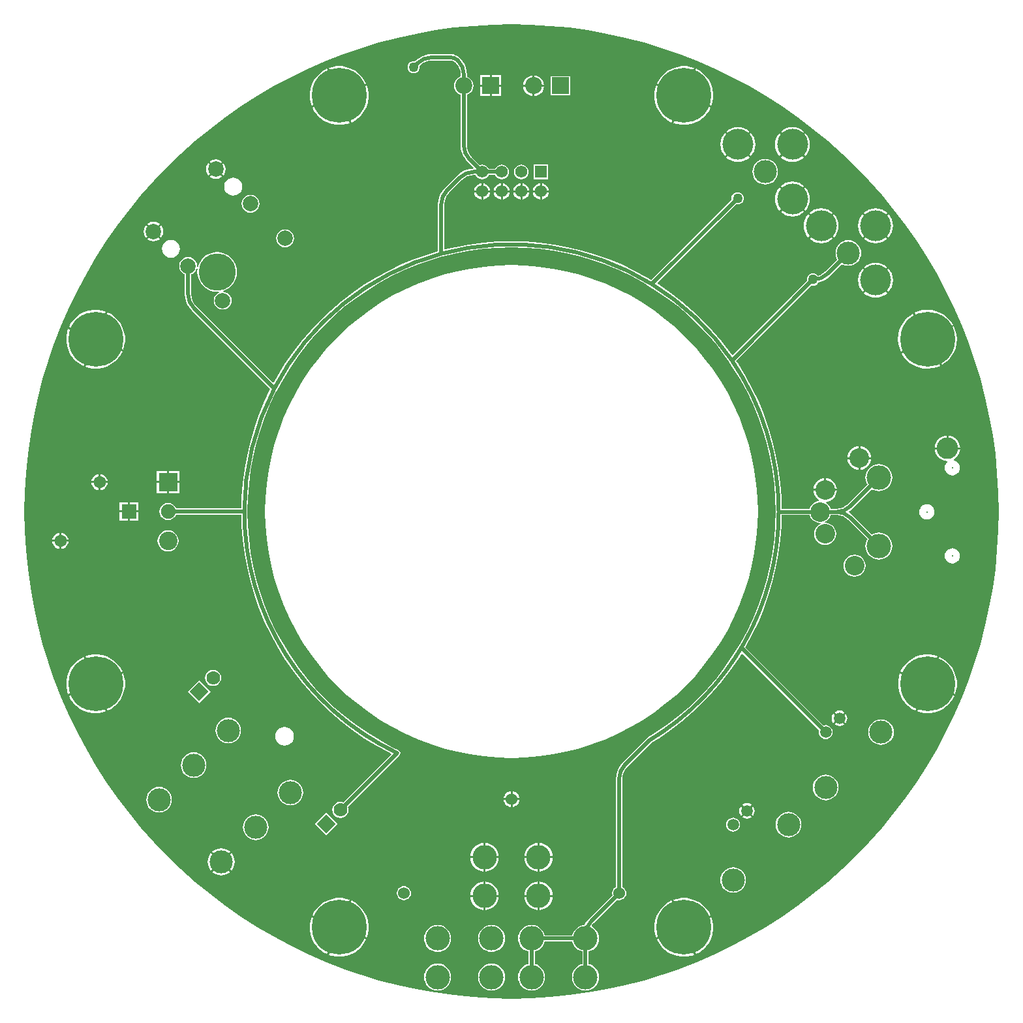
<source format=gbl>
G04*
G04 #@! TF.GenerationSoftware,Altium Limited,Altium Designer,20.2.6 (244)*
G04*
G04 Layer_Physical_Order=2*
G04 Layer_Color=11436288*
%FSLAX25Y25*%
%MOIN*%
G70*
G04*
G04 #@! TF.SameCoordinates,0B2D2C80-7AF4-4F1A-9CF9-E7062EFAC0B4*
G04*
G04*
G04 #@! TF.FilePolarity,Positive*
G04*
G01*
G75*
%ADD13C,0.02000*%
%ADD25C,0.07000*%
%ADD48C,0.10000*%
%ADD49C,0.12500*%
%ADD50C,0.01000*%
%ADD51C,0.11000*%
%ADD52P,0.09900X4X90.0*%
%ADD53C,0.03000*%
%ADD54C,0.28000*%
%ADD55C,0.06000*%
%ADD56C,0.08661*%
%ADD57R,0.08661X0.08661*%
%ADD58C,0.15748*%
%ADD59C,0.11811*%
%ADD60C,0.07500*%
%ADD61C,0.09450*%
%ADD62R,0.09450X0.09450*%
%ADD63R,0.07500X0.07500*%
%ADD64C,0.06300*%
%ADD65C,0.05906*%
%ADD66C,0.00500*%
%ADD67C,0.07874*%
%ADD68C,0.19000*%
%ADD69C,0.06200*%
%ADD70R,0.06200X0.06200*%
%ADD71C,0.05000*%
%ADD72C,0.02000*%
G36*
X9772Y248706D02*
X19528Y248131D01*
X29255Y247173D01*
X38936Y245834D01*
X48558Y244115D01*
X58104Y242021D01*
X67561Y239553D01*
X76914Y236716D01*
X86148Y233514D01*
X95249Y229952D01*
X104204Y226035D01*
X112997Y221770D01*
X121617Y217162D01*
X130049Y212220D01*
X138280Y206951D01*
X146299Y201363D01*
X154091Y195464D01*
X161646Y189263D01*
X168952Y182771D01*
X175997Y175997D01*
X182771Y168952D01*
X189263Y161646D01*
X195464Y154091D01*
X201363Y146299D01*
X206951Y138280D01*
X212220Y130049D01*
X217162Y121617D01*
X221770Y112997D01*
X226035Y104204D01*
X229952Y95249D01*
X233514Y86148D01*
X236716Y76914D01*
X239553Y67561D01*
X242021Y58104D01*
X244115Y48558D01*
X245834Y38936D01*
X247173Y29255D01*
X248131Y19528D01*
X248706Y9772D01*
X248896Y89D01*
X248879Y0D01*
X248896Y-89D01*
X248706Y-9772D01*
X248131Y-19528D01*
X247173Y-29255D01*
X245834Y-38936D01*
X244115Y-48558D01*
X242021Y-58104D01*
X239553Y-67561D01*
X236716Y-76914D01*
X233514Y-86148D01*
X229952Y-95249D01*
X226035Y-104204D01*
X221770Y-112997D01*
X217162Y-121617D01*
X212220Y-130049D01*
X206951Y-138280D01*
X201363Y-146299D01*
X195464Y-154091D01*
X189263Y-161646D01*
X182771Y-168952D01*
X175997Y-175997D01*
X168952Y-182771D01*
X161646Y-189263D01*
X154091Y-195464D01*
X146299Y-201363D01*
X138280Y-206951D01*
X130049Y-212220D01*
X121617Y-217162D01*
X112997Y-221770D01*
X104204Y-226035D01*
X95249Y-229952D01*
X86148Y-233514D01*
X76914Y-236716D01*
X67561Y-239553D01*
X58104Y-242021D01*
X48558Y-244115D01*
X38936Y-245834D01*
X29255Y-247173D01*
X19528Y-248131D01*
X9772Y-248706D01*
X89Y-248896D01*
X0Y-248879D01*
X-89Y-248896D01*
X-9772Y-248706D01*
X-19528Y-248131D01*
X-29255Y-247173D01*
X-38936Y-245834D01*
X-48558Y-244115D01*
X-58104Y-242021D01*
X-67561Y-239553D01*
X-76914Y-236716D01*
X-86148Y-233514D01*
X-95249Y-229952D01*
X-104204Y-226035D01*
X-112997Y-221770D01*
X-121617Y-217162D01*
X-130049Y-212220D01*
X-138280Y-206951D01*
X-146299Y-201363D01*
X-154091Y-195464D01*
X-161646Y-189263D01*
X-168952Y-182771D01*
X-175997Y-175997D01*
X-182771Y-168952D01*
X-189263Y-161646D01*
X-195464Y-154091D01*
X-201363Y-146299D01*
X-206951Y-138280D01*
X-212220Y-130049D01*
X-217162Y-121617D01*
X-221770Y-112997D01*
X-226035Y-104204D01*
X-229952Y-95249D01*
X-233514Y-86148D01*
X-236716Y-76914D01*
X-239553Y-67561D01*
X-242021Y-58104D01*
X-244115Y-48558D01*
X-245834Y-38936D01*
X-247173Y-29255D01*
X-248131Y-19528D01*
X-248706Y-9772D01*
X-248896Y-89D01*
X-248879Y0D01*
X-248896Y89D01*
X-248706Y9772D01*
X-248131Y19528D01*
X-247173Y29255D01*
X-245834Y38936D01*
X-244115Y48558D01*
X-242021Y58104D01*
X-239553Y67561D01*
X-236716Y76914D01*
X-233514Y86148D01*
X-229952Y95249D01*
X-226035Y104204D01*
X-221770Y112997D01*
X-217162Y121617D01*
X-212220Y130049D01*
X-206951Y138280D01*
X-201363Y146299D01*
X-195464Y154091D01*
X-189263Y161646D01*
X-182771Y168952D01*
X-175997Y175997D01*
X-168952Y182771D01*
X-161646Y189263D01*
X-154091Y195464D01*
X-146299Y201363D01*
X-138280Y206951D01*
X-130049Y212220D01*
X-121617Y217162D01*
X-112997Y221770D01*
X-104204Y226035D01*
X-95249Y229952D01*
X-86148Y233514D01*
X-76914Y236716D01*
X-67561Y239553D01*
X-58104Y242021D01*
X-48558Y244115D01*
X-38936Y245834D01*
X-29255Y247173D01*
X-19528Y248131D01*
X-9772Y248706D01*
X-89Y248896D01*
X0Y248879D01*
X89Y248896D01*
X9772Y248706D01*
D02*
G37*
%LPC*%
G36*
X11720Y222811D02*
Y218000D01*
X16531D01*
X16414Y218892D01*
X15877Y220188D01*
X15022Y221302D01*
X13909Y222156D01*
X12612Y222693D01*
X11720Y222811D01*
D02*
G37*
G36*
X-5280Y222831D02*
X-10110D01*
Y218000D01*
X-5280D01*
Y222831D01*
D02*
G37*
G36*
X10720Y222811D02*
X9829Y222693D01*
X8532Y222156D01*
X7419Y221302D01*
X6564Y220188D01*
X6027Y218892D01*
X5910Y218000D01*
X10720D01*
Y222811D01*
D02*
G37*
G36*
X-11111Y222831D02*
X-15941D01*
Y218000D01*
X-11111D01*
Y222831D01*
D02*
G37*
G36*
X89198Y227492D02*
X86837Y227492D01*
X84505Y227123D01*
X82259Y226393D01*
X80155Y225321D01*
X78245Y223934D01*
X76576Y222264D01*
X75188Y220354D01*
X74344Y218697D01*
X87747Y213145D01*
X93298Y226548D01*
X91530Y227123D01*
X89198Y227492D01*
D02*
G37*
G36*
X-89198D02*
X-91530Y227123D01*
X-93298Y226548D01*
X-87747Y213145D01*
X-74344Y218697D01*
X-75188Y220354D01*
X-76576Y222264D01*
X-78245Y223934D01*
X-80155Y225321D01*
X-82259Y226393D01*
X-84505Y227123D01*
X-86837Y227492D01*
X-89198Y227492D01*
D02*
G37*
G36*
X29931Y222431D02*
X20069D01*
Y212569D01*
X29931D01*
Y222431D01*
D02*
G37*
G36*
X10720Y217000D02*
X5910D01*
X6027Y216108D01*
X6564Y214812D01*
X7419Y213698D01*
X8532Y212844D01*
X9829Y212306D01*
X10720Y212189D01*
Y217000D01*
D02*
G37*
G36*
X16531D02*
X11720D01*
Y212189D01*
X12612Y212306D01*
X13909Y212844D01*
X15022Y213698D01*
X15877Y214812D01*
X16414Y216108D01*
X16531Y217000D01*
D02*
G37*
G36*
X-5280D02*
X-10110D01*
Y212169D01*
X-5280D01*
Y217000D01*
D02*
G37*
G36*
X-11111D02*
X-15941D01*
Y212169D01*
X-11111D01*
Y217000D01*
D02*
G37*
G36*
X-94222Y226166D02*
X-95879Y225321D01*
X-97789Y223934D01*
X-99458Y222264D01*
X-100846Y220354D01*
X-101918Y218250D01*
X-102648Y216005D01*
X-103017Y213673D01*
X-103017Y211312D01*
X-102648Y208980D01*
X-102073Y207211D01*
X-88671Y212763D01*
X-94222Y226166D01*
D02*
G37*
G36*
X94222Y226166D02*
X88670Y212763D01*
X102073Y207211D01*
X102648Y208980D01*
X103017Y211312D01*
X103017Y213673D01*
X102648Y216005D01*
X101918Y218250D01*
X100846Y220354D01*
X99458Y222264D01*
X97789Y223934D01*
X95879Y225321D01*
X94222Y226166D01*
D02*
G37*
G36*
X73961Y217773D02*
X73387Y216005D01*
X73017Y213673D01*
X73017Y211312D01*
X73387Y208980D01*
X74116Y206734D01*
X75188Y204631D01*
X76576Y202720D01*
X78245Y201051D01*
X80155Y199663D01*
X81812Y198819D01*
X87364Y212222D01*
X73961Y217773D01*
D02*
G37*
G36*
X-73961Y217773D02*
X-87364Y212222D01*
X-81812Y198819D01*
X-80155Y199663D01*
X-78245Y201051D01*
X-76576Y202720D01*
X-75188Y204631D01*
X-74116Y206734D01*
X-73387Y208980D01*
X-73017Y211312D01*
X-73017Y213673D01*
X-73387Y216005D01*
X-73961Y217773D01*
D02*
G37*
G36*
X88288Y211839D02*
X82736Y198436D01*
X84505Y197862D01*
X86837Y197492D01*
X89198Y197492D01*
X91530Y197862D01*
X93775Y198591D01*
X95879Y199663D01*
X97789Y201051D01*
X99459Y202720D01*
X100846Y204631D01*
X101690Y206287D01*
X88288Y211839D01*
D02*
G37*
G36*
X-88288Y211839D02*
X-101690Y206287D01*
X-100846Y204631D01*
X-99459Y202720D01*
X-97789Y201051D01*
X-95879Y199663D01*
X-93775Y198591D01*
X-91530Y197862D01*
X-89198Y197492D01*
X-86837Y197492D01*
X-84505Y197862D01*
X-82736Y198436D01*
X-88288Y211839D01*
D02*
G37*
G36*
X143500Y196417D02*
X141760Y196246D01*
X140088Y195738D01*
X138546Y194914D01*
X137583Y194124D01*
X143500Y188207D01*
X149417Y194124D01*
X148454Y194914D01*
X146912Y195738D01*
X145240Y196246D01*
X143500Y196417D01*
D02*
G37*
G36*
X115661Y196417D02*
X113921Y196246D01*
X112249Y195738D01*
X110707Y194914D01*
X109744Y194124D01*
X115661Y188207D01*
X121578Y194124D01*
X120615Y194914D01*
X119073Y195738D01*
X117401Y196246D01*
X115661Y196417D01*
D02*
G37*
G36*
X136876Y193417D02*
X136086Y192454D01*
X135262Y190912D01*
X134754Y189240D01*
X134583Y187500D01*
X134754Y185760D01*
X135262Y184088D01*
X136086Y182546D01*
X136876Y181583D01*
X142793Y187500D01*
X136876Y193417D01*
D02*
G37*
G36*
X150124Y193417D02*
X144207Y187500D01*
X150124Y181583D01*
X150914Y182546D01*
X151738Y184088D01*
X152246Y185760D01*
X152417Y187500D01*
X152246Y189240D01*
X151738Y190912D01*
X150914Y192454D01*
X150124Y193417D01*
D02*
G37*
G36*
X109037Y193417D02*
X108247Y192454D01*
X107423Y190912D01*
X106915Y189240D01*
X106744Y187500D01*
X106915Y185760D01*
X107423Y184088D01*
X108247Y182546D01*
X109037Y181583D01*
X114954Y187500D01*
X109037Y193417D01*
D02*
G37*
G36*
X122285Y193417D02*
X116368Y187500D01*
X122285Y181583D01*
X123075Y182546D01*
X123899Y184088D01*
X124407Y185760D01*
X124578Y187500D01*
X124407Y189240D01*
X123899Y190912D01*
X123075Y192454D01*
X122285Y193417D01*
D02*
G37*
G36*
X143500Y186793D02*
X137583Y180876D01*
X138546Y180086D01*
X140088Y179262D01*
X141760Y178754D01*
X143500Y178583D01*
X145240Y178754D01*
X146912Y179262D01*
X148454Y180086D01*
X149417Y180876D01*
X143500Y186793D01*
D02*
G37*
G36*
X115661Y186793D02*
X109744Y180876D01*
X110707Y180086D01*
X112249Y179262D01*
X113921Y178754D01*
X115661Y178583D01*
X117401Y178754D01*
X119073Y179262D01*
X120615Y180086D01*
X121578Y180876D01*
X115661Y186793D01*
D02*
G37*
G36*
X-151090Y179890D02*
X-152379Y179720D01*
X-153580Y179222D01*
X-154211Y178738D01*
X-151090Y175617D01*
X-147969Y178738D01*
X-148600Y179222D01*
X-149801Y179720D01*
X-151090Y179890D01*
D02*
G37*
G36*
X-154918Y178031D02*
X-155403Y177400D01*
X-155900Y176199D01*
X-156070Y174910D01*
X-155900Y173621D01*
X-155403Y172420D01*
X-154918Y171789D01*
X-151797Y174910D01*
X-154918Y178031D01*
D02*
G37*
G36*
X-147262Y178031D02*
X-150383Y174910D01*
X-147262Y171789D01*
X-146778Y172420D01*
X-146280Y173621D01*
X-146110Y174910D01*
X-146280Y176199D01*
X-146778Y177400D01*
X-147262Y178031D01*
D02*
G37*
G36*
X-151090Y174203D02*
X-154211Y171082D01*
X-153580Y170597D01*
X-152379Y170100D01*
X-151090Y169930D01*
X-149801Y170100D01*
X-148600Y170597D01*
X-147969Y171082D01*
X-151090Y174203D01*
D02*
G37*
G36*
X18700Y177200D02*
X11300D01*
Y169800D01*
X18700D01*
Y177200D01*
D02*
G37*
G36*
X-40858Y233636D02*
X-42678Y233493D01*
X-44453Y233066D01*
X-46140Y232368D01*
X-47697Y231414D01*
X-49086Y230228D01*
X-49518Y230063D01*
X-50000Y230127D01*
X-50809Y230020D01*
X-51563Y229708D01*
X-52211Y229211D01*
X-52708Y228563D01*
X-53020Y227809D01*
X-53127Y227000D01*
X-53020Y226191D01*
X-52708Y225437D01*
X-52211Y224789D01*
X-51563Y224292D01*
X-50809Y223980D01*
X-50000Y223873D01*
X-49191Y223980D01*
X-48437Y224292D01*
X-47789Y224789D01*
X-47292Y225437D01*
X-46980Y226191D01*
X-46873Y227000D01*
X-46969Y227724D01*
X-46775Y227918D01*
X-46734Y227979D01*
X-45519Y228976D01*
X-44069Y229752D01*
X-42495Y230229D01*
X-40931Y230383D01*
X-40858Y230369D01*
X-31121D01*
X-31087Y230376D01*
X-30215Y230261D01*
X-29371Y229911D01*
X-28673Y229376D01*
X-28654Y229347D01*
X-28472Y229165D01*
X-28410Y229124D01*
X-27413Y227909D01*
X-26638Y226459D01*
X-26161Y224885D01*
X-26007Y223321D01*
X-26021Y223248D01*
Y222161D01*
X-26876Y221807D01*
X-27906Y221017D01*
X-28697Y219987D01*
X-29194Y218787D01*
X-29363Y217500D01*
X-29194Y216213D01*
X-28697Y215013D01*
X-27906Y213983D01*
X-26876Y213193D01*
X-26021Y212839D01*
Y187032D01*
X-26026D01*
X-25882Y185212D01*
X-25456Y183436D01*
X-24757Y181749D01*
X-23803Y180192D01*
X-22618Y178804D01*
X-22614Y178807D01*
X-19438Y175631D01*
X-19629Y175115D01*
X-21178Y174993D01*
X-22953Y174566D01*
X-24640Y173868D01*
X-26197Y172914D01*
X-27586Y171728D01*
X-27582Y171725D01*
X-34154Y165154D01*
X-34157Y165157D01*
X-35339Y163773D01*
X-36289Y162221D01*
X-36986Y160540D01*
X-37411Y158771D01*
X-37553Y156956D01*
X-37549D01*
Y132917D01*
X-42692Y131393D01*
X-49510Y128979D01*
X-56193Y126211D01*
X-62721Y123097D01*
X-69078Y119646D01*
X-75245Y115867D01*
X-81206Y111770D01*
X-86944Y107367D01*
X-92444Y102669D01*
X-97690Y97690D01*
X-102669Y92444D01*
X-107367Y86944D01*
X-111770Y81206D01*
X-115867Y75245D01*
X-119646Y69078D01*
X-121372Y65898D01*
X-121867Y65826D01*
X-161150Y105108D01*
X-161212Y105150D01*
X-162209Y106364D01*
X-162984Y107815D01*
X-163461Y109389D01*
X-163615Y110953D01*
X-163601Y111026D01*
Y121177D01*
X-162944Y121449D01*
X-161996Y122177D01*
X-161269Y123124D01*
X-160886Y124049D01*
X-160396Y123926D01*
X-160543Y122434D01*
X-160348Y120454D01*
X-159770Y118550D01*
X-158833Y116795D01*
X-157570Y115257D01*
X-156033Y113995D01*
X-154278Y113057D01*
X-152374Y112480D01*
X-150394Y112285D01*
X-149526Y112370D01*
X-149403Y111880D01*
X-149843Y111698D01*
X-150790Y110971D01*
X-151518Y110023D01*
X-151975Y108919D01*
X-152131Y107735D01*
X-151975Y106550D01*
X-151518Y105447D01*
X-150790Y104499D01*
X-149843Y103772D01*
X-148739Y103314D01*
X-147555Y103159D01*
X-146370Y103314D01*
X-145266Y103772D01*
X-144319Y104499D01*
X-143591Y105447D01*
X-143134Y106550D01*
X-142978Y107735D01*
X-143134Y108919D01*
X-143591Y110023D01*
X-144319Y110971D01*
X-145266Y111698D01*
X-146370Y112155D01*
X-147341Y112283D01*
X-147383Y112793D01*
X-146510Y113057D01*
X-144756Y113995D01*
X-143218Y115257D01*
X-141956Y116795D01*
X-141018Y118550D01*
X-140440Y120454D01*
X-140245Y122434D01*
X-140440Y124414D01*
X-141018Y126318D01*
X-141956Y128072D01*
X-143218Y129610D01*
X-144756Y130872D01*
X-146510Y131810D01*
X-148414Y132387D01*
X-150394Y132582D01*
X-152374Y132387D01*
X-154278Y131810D01*
X-156033Y130872D01*
X-157570Y129610D01*
X-158833Y128072D01*
X-159770Y126318D01*
X-160234Y124790D01*
X-160724Y124896D01*
X-160656Y125412D01*
X-160812Y126597D01*
X-161269Y127700D01*
X-161996Y128648D01*
X-162944Y129376D01*
X-164048Y129833D01*
X-165232Y129989D01*
X-166417Y129833D01*
X-167520Y129376D01*
X-168468Y128648D01*
X-169195Y127700D01*
X-169652Y126597D01*
X-169808Y125412D01*
X-169652Y124228D01*
X-169195Y123124D01*
X-168468Y122177D01*
X-167520Y121449D01*
X-166864Y121177D01*
Y111026D01*
X-166868D01*
X-166725Y109206D01*
X-166299Y107430D01*
X-165600Y105743D01*
X-164646Y104186D01*
X-163460Y102798D01*
X-163457Y102801D01*
X-123187Y62532D01*
X-126211Y56193D01*
X-128979Y49510D01*
X-131393Y42692D01*
X-133448Y35757D01*
X-135136Y28724D01*
X-136454Y21612D01*
X-137398Y14441D01*
X-137966Y7231D01*
X-138112Y1631D01*
X-171467D01*
X-171700Y2194D01*
X-172397Y3102D01*
X-173306Y3800D01*
X-174364Y4238D01*
X-175500Y4388D01*
X-176636Y4238D01*
X-177694Y3800D01*
X-178603Y3102D01*
X-179300Y2194D01*
X-179738Y1135D01*
X-179887Y-0D01*
X-179738Y-1136D01*
X-179300Y-2194D01*
X-178603Y-3102D01*
X-177694Y-3800D01*
X-176636Y-4238D01*
X-175500Y-4388D01*
X-174364Y-4238D01*
X-173306Y-3800D01*
X-172397Y-3102D01*
X-171700Y-2194D01*
X-171467Y-1631D01*
X-138112D01*
X-137966Y-7231D01*
X-137398Y-14441D01*
X-136454Y-21612D01*
X-135136Y-28724D01*
X-133448Y-35757D01*
X-131393Y-42692D01*
X-128979Y-49510D01*
X-126211Y-56193D01*
X-123097Y-62721D01*
X-119646Y-69078D01*
X-115867Y-75245D01*
X-111770Y-81206D01*
X-107367Y-86944D01*
X-102669Y-92444D01*
X-97690Y-97690D01*
X-92444Y-102669D01*
X-86944Y-107367D01*
X-81206Y-111770D01*
X-75245Y-115867D01*
X-69078Y-119646D01*
X-62721Y-123097D01*
X-61543Y-123659D01*
X-61459Y-124152D01*
X-85993Y-148686D01*
X-86430Y-148505D01*
X-87500Y-148365D01*
X-88570Y-148505D01*
X-89568Y-148919D01*
X-90424Y-149576D01*
X-91081Y-150432D01*
X-91495Y-151430D01*
X-91635Y-152500D01*
X-91495Y-153570D01*
X-91081Y-154568D01*
X-90424Y-155424D01*
X-89568Y-156081D01*
X-88570Y-156494D01*
X-87500Y-156635D01*
X-86430Y-156494D01*
X-85432Y-156081D01*
X-84576Y-155424D01*
X-83919Y-154568D01*
X-83505Y-153570D01*
X-83365Y-152500D01*
X-83505Y-151430D01*
X-83686Y-150993D01*
X-57333Y-124640D01*
X-57331Y-124642D01*
X-56940Y-124057D01*
X-56802Y-123367D01*
X-56806Y-123367D01*
X-56930Y-122743D01*
X-57284Y-122214D01*
X-57745Y-121906D01*
X-57731Y-121877D01*
X-61245Y-120200D01*
X-67452Y-116830D01*
X-73474Y-113140D01*
X-79295Y-109140D01*
X-84898Y-104840D01*
X-90268Y-100253D01*
X-95392Y-95392D01*
X-100253Y-90268D01*
X-104840Y-84898D01*
X-109140Y-79295D01*
X-113140Y-73474D01*
X-116830Y-67452D01*
X-120200Y-61245D01*
X-123241Y-54870D01*
X-125944Y-48345D01*
X-128301Y-41688D01*
X-130307Y-34916D01*
X-131956Y-28048D01*
X-133243Y-21104D01*
X-134165Y-14101D01*
X-134719Y-7060D01*
X-134901Y-123D01*
X-134877Y-0D01*
Y0D01*
X-134901Y123D01*
X-134719Y7060D01*
X-134165Y14101D01*
X-133243Y21104D01*
X-131956Y28048D01*
X-130307Y34916D01*
X-128301Y41688D01*
X-125944Y48345D01*
X-123241Y54870D01*
X-120200Y61245D01*
X-119742Y62089D01*
X-116830Y67452D01*
X-113140Y73474D01*
X-109140Y79295D01*
X-104840Y84898D01*
X-100253Y90268D01*
X-95392Y95392D01*
X-90268Y100253D01*
X-84898Y104840D01*
X-79295Y109140D01*
X-73474Y113140D01*
X-67452Y116830D01*
X-61245Y120200D01*
X-54870Y123241D01*
X-48345Y125944D01*
X-41688Y128301D01*
X-35343Y130181D01*
X-35293Y130191D01*
X-35280Y130199D01*
X-34916Y130307D01*
X-28048Y131956D01*
X-21104Y133243D01*
X-14101Y134165D01*
X-7060Y134719D01*
X0Y134904D01*
X7060Y134719D01*
X14101Y134165D01*
X21104Y133243D01*
X28048Y131956D01*
X34916Y130307D01*
X41688Y128301D01*
X48345Y125944D01*
X54870Y123241D01*
X61245Y120200D01*
X67452Y116830D01*
X70762Y114802D01*
X73474Y113140D01*
X79295Y109140D01*
X84898Y104840D01*
X90268Y100253D01*
X95392Y95392D01*
X100253Y90268D01*
X104840Y84898D01*
X109140Y79295D01*
X111056Y76506D01*
X113140Y73474D01*
X116830Y67452D01*
X120200Y61245D01*
X123241Y54870D01*
X125944Y48345D01*
X128301Y41688D01*
X130307Y34916D01*
X131956Y28048D01*
X133243Y21104D01*
X134165Y14101D01*
X134719Y7060D01*
X134901Y123D01*
X134877Y0D01*
X134901Y-123D01*
X134719Y-7060D01*
X134165Y-14101D01*
X133243Y-21104D01*
X131956Y-28048D01*
X130307Y-34916D01*
X128301Y-41688D01*
X125944Y-48345D01*
X123241Y-54870D01*
X120200Y-61245D01*
X116830Y-67452D01*
X113140Y-73474D01*
X109140Y-79295D01*
X104840Y-84898D01*
X100253Y-90268D01*
X95392Y-95392D01*
X90268Y-100253D01*
X84898Y-104840D01*
X79295Y-109140D01*
X73474Y-113140D01*
X69608Y-115509D01*
X69631Y-115547D01*
X69304Y-115766D01*
X56775Y-128295D01*
X56772Y-128291D01*
X55586Y-129680D01*
X54632Y-131237D01*
X53934Y-132923D01*
X53507Y-134699D01*
X53364Y-136519D01*
X53369D01*
Y-191779D01*
X53184Y-191855D01*
X52432Y-192432D01*
X51855Y-193184D01*
X51493Y-194060D01*
X51369Y-195000D01*
X51493Y-195940D01*
X51569Y-196124D01*
X39575Y-208118D01*
X39572Y-208114D01*
X38386Y-209503D01*
X37432Y-211060D01*
X37327Y-211313D01*
X36457Y-211399D01*
X35166Y-211791D01*
X33976Y-212427D01*
X32933Y-213283D01*
X32077Y-214326D01*
X31441Y-215516D01*
X31137Y-216519D01*
X16863D01*
X16559Y-215516D01*
X15923Y-214326D01*
X15067Y-213283D01*
X14024Y-212427D01*
X12834Y-211791D01*
X11543Y-211399D01*
X10200Y-211267D01*
X8857Y-211399D01*
X7566Y-211791D01*
X6376Y-212427D01*
X5333Y-213283D01*
X4477Y-214326D01*
X3841Y-215516D01*
X3449Y-216807D01*
X3317Y-218150D01*
X3449Y-219493D01*
X3841Y-220784D01*
X4477Y-221974D01*
X5333Y-223017D01*
X6376Y-223873D01*
X7566Y-224509D01*
X8569Y-224813D01*
Y-231187D01*
X7566Y-231491D01*
X6376Y-232127D01*
X5333Y-232983D01*
X4477Y-234026D01*
X3841Y-235216D01*
X3449Y-236507D01*
X3317Y-237850D01*
X3449Y-239193D01*
X3841Y-240484D01*
X4477Y-241674D01*
X5333Y-242717D01*
X6376Y-243573D01*
X7566Y-244209D01*
X8857Y-244601D01*
X10200Y-244733D01*
X11543Y-244601D01*
X12834Y-244209D01*
X14024Y-243573D01*
X15067Y-242717D01*
X15923Y-241674D01*
X16559Y-240484D01*
X16951Y-239193D01*
X17083Y-237850D01*
X16951Y-236507D01*
X16559Y-235216D01*
X15923Y-234026D01*
X15067Y-232983D01*
X14024Y-232127D01*
X12834Y-231491D01*
X11831Y-231187D01*
Y-224813D01*
X12834Y-224509D01*
X14024Y-223873D01*
X15067Y-223017D01*
X15923Y-221974D01*
X16559Y-220784D01*
X16863Y-219781D01*
X31137D01*
X31441Y-220784D01*
X32077Y-221974D01*
X32933Y-223017D01*
X33976Y-223873D01*
X35166Y-224509D01*
X36169Y-224813D01*
Y-231187D01*
X35166Y-231491D01*
X33976Y-232127D01*
X32933Y-232983D01*
X32077Y-234026D01*
X31441Y-235216D01*
X31049Y-236507D01*
X30917Y-237850D01*
X31049Y-239193D01*
X31441Y-240484D01*
X32077Y-241674D01*
X32933Y-242717D01*
X33976Y-243573D01*
X35166Y-244209D01*
X36457Y-244601D01*
X37800Y-244733D01*
X39143Y-244601D01*
X40434Y-244209D01*
X41624Y-243573D01*
X42667Y-242717D01*
X43523Y-241674D01*
X44159Y-240484D01*
X44551Y-239193D01*
X44683Y-237850D01*
X44551Y-236507D01*
X44159Y-235216D01*
X43523Y-234026D01*
X42667Y-232983D01*
X41624Y-232127D01*
X40434Y-231491D01*
X39431Y-231187D01*
Y-224813D01*
X40434Y-224509D01*
X41624Y-223873D01*
X42667Y-223017D01*
X43523Y-221974D01*
X44159Y-220784D01*
X44551Y-219493D01*
X44683Y-218150D01*
X44551Y-216807D01*
X44159Y-215516D01*
X43523Y-214326D01*
X42667Y-213283D01*
X41624Y-212427D01*
X41016Y-212102D01*
X40965Y-211508D01*
X41820Y-210466D01*
X41883Y-210425D01*
X53876Y-198431D01*
X54060Y-198507D01*
X55000Y-198631D01*
X55940Y-198507D01*
X56815Y-198145D01*
X57568Y-197568D01*
X58145Y-196816D01*
X58507Y-195940D01*
X58631Y-195000D01*
X58507Y-194060D01*
X58145Y-193184D01*
X57568Y-192432D01*
X56815Y-191855D01*
X56631Y-191779D01*
Y-136519D01*
X56617Y-136446D01*
X56771Y-134882D01*
X57248Y-133308D01*
X58024Y-131858D01*
X59021Y-130643D01*
X59083Y-130602D01*
X71558Y-118126D01*
X75245Y-115867D01*
X81206Y-111770D01*
X86944Y-107367D01*
X92444Y-102669D01*
X97690Y-97690D01*
X102669Y-92444D01*
X107367Y-86944D01*
X111770Y-81206D01*
X115867Y-75245D01*
X117500Y-72579D01*
X117997Y-72520D01*
X157105Y-111628D01*
X157039Y-111788D01*
X156917Y-112716D01*
X157039Y-113643D01*
X157397Y-114507D01*
X157966Y-115250D01*
X158708Y-115819D01*
X159573Y-116177D01*
X160500Y-116299D01*
X161427Y-116177D01*
X162292Y-115819D01*
X163034Y-115250D01*
X163603Y-114507D01*
X163961Y-113643D01*
X164083Y-112716D01*
X163961Y-111788D01*
X163603Y-110924D01*
X163034Y-110182D01*
X162292Y-109612D01*
X161427Y-109255D01*
X160500Y-109132D01*
X159573Y-109255D01*
X159412Y-109321D01*
X119465Y-69373D01*
X119646Y-69078D01*
X123097Y-62721D01*
X126211Y-56193D01*
X128979Y-49510D01*
X131393Y-42692D01*
X133448Y-35757D01*
X135136Y-28724D01*
X136454Y-21612D01*
X137398Y-14441D01*
X137966Y-7231D01*
X138107Y-1831D01*
X152314D01*
X152809Y-3024D01*
X153706Y-4194D01*
X154876Y-5092D01*
X156238Y-5656D01*
X157700Y-5848D01*
X157823Y-5832D01*
X157953Y-6319D01*
X157376Y-6559D01*
X156206Y-7456D01*
X155308Y-8626D01*
X154744Y-9988D01*
X154552Y-11450D01*
X154744Y-12912D01*
X155308Y-14274D01*
X156206Y-15444D01*
X157376Y-16342D01*
X158738Y-16906D01*
X160200Y-17098D01*
X161662Y-16906D01*
X163024Y-16342D01*
X164194Y-15444D01*
X165092Y-14274D01*
X165656Y-12912D01*
X165848Y-11450D01*
X165656Y-9988D01*
X165092Y-8626D01*
X164194Y-7456D01*
X163024Y-6559D01*
X161662Y-5994D01*
X160200Y-5802D01*
X160078Y-5818D01*
X159947Y-5331D01*
X160524Y-5092D01*
X161694Y-4194D01*
X162592Y-3024D01*
X163086Y-1831D01*
X166058D01*
Y-1836D01*
X166206Y-1824D01*
X167695Y-1971D01*
X169269Y-2448D01*
X170719Y-3224D01*
X171934Y-4220D01*
X171975Y-4282D01*
X181835Y-14142D01*
X181341Y-15066D01*
X180949Y-16357D01*
X180817Y-17700D01*
X180949Y-19043D01*
X181341Y-20334D01*
X181977Y-21524D01*
X182833Y-22567D01*
X183876Y-23423D01*
X185066Y-24059D01*
X186357Y-24451D01*
X187700Y-24583D01*
X189043Y-24451D01*
X190334Y-24059D01*
X191524Y-23423D01*
X192567Y-22567D01*
X193423Y-21524D01*
X194059Y-20334D01*
X194451Y-19043D01*
X194583Y-17700D01*
X194451Y-16357D01*
X194059Y-15066D01*
X193423Y-13876D01*
X192567Y-12833D01*
X191524Y-11977D01*
X190334Y-11341D01*
X189043Y-10949D01*
X187700Y-10817D01*
X186357Y-10949D01*
X185066Y-11341D01*
X184142Y-11835D01*
X174283Y-1975D01*
X174286Y-1972D01*
X172897Y-786D01*
X172348Y-450D01*
Y50D01*
X172897Y386D01*
X174286Y1572D01*
X174283Y1575D01*
X184142Y11435D01*
X185066Y10941D01*
X186357Y10549D01*
X187700Y10417D01*
X189043Y10549D01*
X190334Y10941D01*
X191524Y11577D01*
X192567Y12433D01*
X193423Y13476D01*
X194059Y14666D01*
X194451Y15957D01*
X194583Y17300D01*
X194451Y18643D01*
X194059Y19934D01*
X193423Y21124D01*
X192567Y22167D01*
X191524Y23023D01*
X190334Y23659D01*
X189043Y24051D01*
X187700Y24183D01*
X186357Y24051D01*
X185066Y23659D01*
X183876Y23023D01*
X182833Y22167D01*
X181977Y21124D01*
X181341Y19934D01*
X180949Y18643D01*
X180817Y17300D01*
X180949Y15957D01*
X181341Y14666D01*
X181835Y13742D01*
X171976Y3883D01*
X171934Y3821D01*
X170719Y2824D01*
X169269Y2048D01*
X167695Y1571D01*
X166206Y1424D01*
X166058Y1436D01*
Y1431D01*
X163086D01*
X162592Y2624D01*
X161694Y3794D01*
X160687Y4566D01*
X160835Y5083D01*
X161376Y5137D01*
X162507Y5480D01*
X163550Y6037D01*
X164463Y6787D01*
X165213Y7700D01*
X165770Y8743D01*
X166113Y9874D01*
X166180Y10550D01*
X160200D01*
X154220D01*
X154287Y9874D01*
X154630Y8743D01*
X155187Y7700D01*
X155937Y6787D01*
X156851Y6037D01*
X157145Y5880D01*
X157051Y5363D01*
X156238Y5256D01*
X154876Y4692D01*
X153706Y3794D01*
X152809Y2624D01*
X152314Y1431D01*
X138118D01*
X137966Y7231D01*
X137398Y14441D01*
X136454Y21612D01*
X135136Y28724D01*
X133448Y35757D01*
X131393Y42692D01*
X128979Y49510D01*
X126211Y56193D01*
X123097Y62721D01*
X119646Y69078D01*
X115867Y75245D01*
X114720Y76913D01*
X153276Y115469D01*
X154000Y115373D01*
X154809Y115480D01*
X155563Y115792D01*
X156211Y116289D01*
X156708Y116937D01*
X156799Y117156D01*
X157954Y117434D01*
X159640Y118132D01*
X161197Y119086D01*
X162586Y120272D01*
X162583Y120275D01*
X168777Y126470D01*
X169579Y126041D01*
X170805Y125669D01*
X172081Y125544D01*
X173356Y125669D01*
X174582Y126041D01*
X175712Y126645D01*
X176703Y127458D01*
X177516Y128449D01*
X178120Y129579D01*
X178492Y130805D01*
X178618Y132081D01*
X178492Y133356D01*
X178120Y134582D01*
X177516Y135712D01*
X176703Y136703D01*
X175712Y137516D01*
X174582Y138120D01*
X173356Y138492D01*
X172081Y138618D01*
X170805Y138492D01*
X169579Y138120D01*
X168449Y137516D01*
X167458Y136703D01*
X166645Y135712D01*
X166041Y134582D01*
X165669Y133356D01*
X165544Y132081D01*
X165669Y130805D01*
X166041Y129579D01*
X166470Y128777D01*
X160275Y122582D01*
X160234Y122520D01*
X159019Y121524D01*
X157569Y120748D01*
X156444Y120407D01*
X156211Y120711D01*
X155563Y121208D01*
X154809Y121520D01*
X154000Y121627D01*
X153191Y121520D01*
X152437Y121208D01*
X151789Y120711D01*
X151292Y120063D01*
X150980Y119309D01*
X150873Y118500D01*
X150969Y117776D01*
X113117Y79924D01*
X112619Y79970D01*
X111770Y81206D01*
X107367Y86944D01*
X102669Y92444D01*
X97690Y97690D01*
X92444Y102669D01*
X86944Y107367D01*
X81206Y111770D01*
X75245Y115867D01*
X74615Y116253D01*
X74556Y116749D01*
X114776Y156969D01*
X115500Y156873D01*
X116309Y156980D01*
X117063Y157292D01*
X117711Y157789D01*
X118208Y158437D01*
X118520Y159191D01*
X118627Y160000D01*
X118520Y160809D01*
X118208Y161563D01*
X117711Y162211D01*
X117063Y162708D01*
X116309Y163020D01*
X115500Y163127D01*
X114691Y163020D01*
X113937Y162708D01*
X113289Y162211D01*
X112792Y161563D01*
X112480Y160809D01*
X112373Y160000D01*
X112469Y159276D01*
X71410Y118217D01*
X69078Y119646D01*
X62721Y123097D01*
X56193Y126211D01*
X49510Y128979D01*
X42692Y131393D01*
X35757Y133448D01*
X28724Y135136D01*
X21612Y136454D01*
X14441Y137398D01*
X7231Y137966D01*
X0Y138155D01*
X-7231Y137966D01*
X-14441Y137398D01*
X-21612Y136454D01*
X-28724Y135136D01*
X-33894Y133895D01*
X-34286Y134205D01*
Y156956D01*
X-34301Y157029D01*
X-34147Y158586D01*
X-33672Y160152D01*
X-32900Y161596D01*
X-31908Y162805D01*
X-31846Y162847D01*
X-25275Y169418D01*
X-25234Y169480D01*
X-24019Y170476D01*
X-22569Y171252D01*
X-20995Y171729D01*
X-19431Y171883D01*
X-19358Y171869D01*
X-18329D01*
X-18232Y171634D01*
X-17639Y170861D01*
X-16866Y170268D01*
X-15966Y169895D01*
X-15000Y169768D01*
X-14034Y169895D01*
X-13134Y170268D01*
X-12361Y170861D01*
X-11768Y171634D01*
X-11671Y171869D01*
X-8329D01*
X-8232Y171634D01*
X-7639Y170861D01*
X-6866Y170268D01*
X-5966Y169895D01*
X-5000Y169768D01*
X-4034Y169895D01*
X-3134Y170268D01*
X-2361Y170861D01*
X-1768Y171634D01*
X-1395Y172534D01*
X-1268Y173500D01*
X-1395Y174466D01*
X-1768Y175366D01*
X-2361Y176139D01*
X-3134Y176732D01*
X-4034Y177105D01*
X-5000Y177232D01*
X-5966Y177105D01*
X-6866Y176732D01*
X-7639Y176139D01*
X-8232Y175366D01*
X-8329Y175131D01*
X-11671D01*
X-11768Y175366D01*
X-12361Y176139D01*
X-13134Y176732D01*
X-14034Y177105D01*
X-15000Y177232D01*
X-15966Y177105D01*
X-16201Y177008D01*
X-20307Y181114D01*
X-20369Y181156D01*
X-21366Y182370D01*
X-22141Y183821D01*
X-22619Y185395D01*
X-22773Y186959D01*
X-22758Y187032D01*
Y212839D01*
X-21903Y213193D01*
X-20873Y213983D01*
X-20083Y215013D01*
X-19586Y216213D01*
X-19417Y217500D01*
X-19586Y218787D01*
X-20083Y219987D01*
X-20873Y221017D01*
X-21903Y221807D01*
X-22758Y222161D01*
Y223248D01*
X-22754D01*
X-22897Y225068D01*
X-23323Y226843D01*
X-24022Y228530D01*
X-24976Y230087D01*
X-26009Y231296D01*
X-26162Y231475D01*
Y231475D01*
X-26346Y231654D01*
X-26347Y231655D01*
X-26526Y231803D01*
X-26526Y231803D01*
X-26529Y231805D01*
X-27369Y232494D01*
X-28537Y233118D01*
X-29804Y233503D01*
X-31121Y233632D01*
Y233631D01*
X-40858D01*
Y233636D01*
D02*
G37*
G36*
X5000Y177232D02*
X4034Y177105D01*
X3134Y176732D01*
X2361Y176139D01*
X1768Y175366D01*
X1395Y174466D01*
X1268Y173500D01*
X1395Y172534D01*
X1768Y171634D01*
X2361Y170861D01*
X3134Y170268D01*
X4034Y169895D01*
X5000Y169768D01*
X5966Y169895D01*
X6866Y170268D01*
X7639Y170861D01*
X8232Y171634D01*
X8605Y172534D01*
X8732Y173500D01*
X8605Y174466D01*
X8232Y175366D01*
X7639Y176139D01*
X6866Y176732D01*
X5966Y177105D01*
X5000Y177232D01*
D02*
G37*
G36*
X129581Y180118D02*
X128305Y179992D01*
X127079Y179620D01*
X125949Y179016D01*
X124958Y178203D01*
X124145Y177212D01*
X123541Y176082D01*
X123169Y174856D01*
X123044Y173581D01*
X123169Y172305D01*
X123541Y171079D01*
X124145Y169949D01*
X124958Y168958D01*
X125949Y168145D01*
X127079Y167541D01*
X128305Y167169D01*
X129581Y167044D01*
X130856Y167169D01*
X132082Y167541D01*
X133212Y168145D01*
X134203Y168958D01*
X135016Y169949D01*
X135620Y171079D01*
X135992Y172305D01*
X136118Y173581D01*
X135992Y174856D01*
X135620Y176082D01*
X135016Y177212D01*
X134203Y178203D01*
X133212Y179016D01*
X132082Y179620D01*
X130856Y179992D01*
X129581Y180118D01*
D02*
G37*
G36*
X5500Y167570D02*
Y164000D01*
X9070D01*
X8995Y164570D01*
X8581Y165568D01*
X7924Y166424D01*
X7068Y167081D01*
X6070Y167494D01*
X5500Y167570D01*
D02*
G37*
G36*
X15500D02*
Y164000D01*
X19070D01*
X18994Y164570D01*
X18581Y165568D01*
X17924Y166424D01*
X17068Y167081D01*
X16070Y167494D01*
X15500Y167570D01*
D02*
G37*
G36*
X-14500Y167570D02*
Y164000D01*
X-10931D01*
X-11005Y164570D01*
X-11419Y165568D01*
X-12076Y166424D01*
X-12932Y167081D01*
X-13930Y167494D01*
X-14500Y167570D01*
D02*
G37*
G36*
X-15500Y167569D02*
X-16070Y167494D01*
X-17068Y167081D01*
X-17924Y166424D01*
X-18581Y165568D01*
X-18994Y164570D01*
X-19070Y164000D01*
X-15500D01*
Y167569D01*
D02*
G37*
G36*
X14500D02*
X13930Y167494D01*
X12932Y167081D01*
X12076Y166424D01*
X11419Y165568D01*
X11005Y164570D01*
X10931Y164000D01*
X14500D01*
Y167569D01*
D02*
G37*
G36*
X4500Y167569D02*
X3930Y167494D01*
X2932Y167081D01*
X2076Y166424D01*
X1419Y165568D01*
X1005Y164570D01*
X931Y164000D01*
X4500D01*
Y167569D01*
D02*
G37*
G36*
X-4500Y167570D02*
Y164000D01*
X-931D01*
X-1005Y164570D01*
X-1419Y165568D01*
X-2076Y166424D01*
X-2932Y167081D01*
X-3930Y167494D01*
X-4500Y167570D01*
D02*
G37*
G36*
X-5500Y167569D02*
X-6070Y167494D01*
X-7068Y167081D01*
X-7924Y166424D01*
X-8581Y165568D01*
X-8995Y164570D01*
X-9070Y164000D01*
X-5500D01*
Y167569D01*
D02*
G37*
G36*
X-142182Y170641D02*
X-143383Y170483D01*
X-144501Y170020D01*
X-145462Y169282D01*
X-146200Y168321D01*
X-146663Y167202D01*
X-146821Y166001D01*
X-146663Y164801D01*
X-146200Y163682D01*
X-145462Y162721D01*
X-144501Y161983D01*
X-143383Y161520D01*
X-142182Y161362D01*
X-140981Y161520D01*
X-139862Y161983D01*
X-138901Y162721D01*
X-138164Y163682D01*
X-137700Y164801D01*
X-137542Y166001D01*
X-137700Y167202D01*
X-138164Y168321D01*
X-138901Y169282D01*
X-139862Y170020D01*
X-140981Y170483D01*
X-142182Y170641D01*
D02*
G37*
G36*
X143500Y168578D02*
X141760Y168407D01*
X140088Y167899D01*
X138546Y167075D01*
X137583Y166285D01*
X143500Y160368D01*
X149417Y166285D01*
X148454Y167075D01*
X146912Y167899D01*
X145240Y168407D01*
X143500Y168578D01*
D02*
G37*
G36*
X-5500Y163000D02*
X-9070D01*
X-8995Y162430D01*
X-8581Y161432D01*
X-7924Y160576D01*
X-7068Y159919D01*
X-6070Y159505D01*
X-5500Y159431D01*
Y163000D01*
D02*
G37*
G36*
X-15500Y163000D02*
X-19070D01*
X-18994Y162430D01*
X-18581Y161432D01*
X-17924Y160576D01*
X-17068Y159919D01*
X-16070Y159505D01*
X-15500Y159431D01*
Y163000D01*
D02*
G37*
G36*
X14500D02*
X10930D01*
X11005Y162430D01*
X11419Y161432D01*
X12076Y160576D01*
X12932Y159919D01*
X13930Y159505D01*
X14500Y159431D01*
Y163000D01*
D02*
G37*
G36*
X4500D02*
X930D01*
X1005Y162430D01*
X1419Y161432D01*
X2076Y160576D01*
X2932Y159919D01*
X3930Y159505D01*
X4500Y159431D01*
Y163000D01*
D02*
G37*
G36*
X-930Y163000D02*
X-4500D01*
Y159430D01*
X-3930Y159505D01*
X-2932Y159919D01*
X-2076Y160576D01*
X-1419Y161432D01*
X-1005Y162430D01*
X-930Y163000D01*
D02*
G37*
G36*
X9070Y163000D02*
X5500D01*
Y159430D01*
X6070Y159505D01*
X7068Y159919D01*
X7924Y160576D01*
X8581Y161432D01*
X8995Y162430D01*
X9070Y163000D01*
D02*
G37*
G36*
X19070D02*
X15500D01*
Y159430D01*
X16070Y159505D01*
X17068Y159919D01*
X17924Y160576D01*
X18581Y161432D01*
X18994Y162430D01*
X19070Y163000D01*
D02*
G37*
G36*
X-10930D02*
X-14500D01*
Y159430D01*
X-13930Y159505D01*
X-12932Y159919D01*
X-12076Y160576D01*
X-11419Y161432D01*
X-11005Y162430D01*
X-10930Y163000D01*
D02*
G37*
G36*
X136876Y165578D02*
X136086Y164615D01*
X135262Y163074D01*
X134754Y161401D01*
X134583Y159661D01*
X134754Y157922D01*
X135262Y156249D01*
X136086Y154707D01*
X136876Y153744D01*
X142793Y159661D01*
X136876Y165578D01*
D02*
G37*
G36*
X150124Y165578D02*
X144207Y159661D01*
X150124Y153744D01*
X150914Y154707D01*
X151738Y156249D01*
X152246Y157922D01*
X152417Y159661D01*
X152246Y161401D01*
X151738Y163074D01*
X150914Y164615D01*
X150124Y165578D01*
D02*
G37*
G36*
X-133412Y161808D02*
X-134597Y161652D01*
X-135701Y161195D01*
X-136648Y160468D01*
X-137375Y159520D01*
X-137833Y158417D01*
X-137989Y157232D01*
X-137833Y156048D01*
X-137375Y154944D01*
X-136648Y153996D01*
X-135701Y153269D01*
X-134597Y152812D01*
X-133412Y152656D01*
X-132228Y152812D01*
X-131124Y153269D01*
X-130177Y153996D01*
X-129449Y154944D01*
X-128992Y156048D01*
X-128836Y157232D01*
X-128992Y158417D01*
X-129449Y159520D01*
X-130177Y160468D01*
X-131124Y161195D01*
X-132228Y161652D01*
X-133412Y161808D01*
D02*
G37*
G36*
X143500Y158954D02*
X137583Y153037D01*
X138546Y152247D01*
X140088Y151423D01*
X141760Y150916D01*
X143500Y150744D01*
X145240Y150916D01*
X146912Y151423D01*
X148454Y152247D01*
X149417Y153037D01*
X143500Y158954D01*
D02*
G37*
G36*
X158161Y154917D02*
X156421Y154746D01*
X154749Y154238D01*
X153207Y153414D01*
X152244Y152624D01*
X158161Y146707D01*
X164078Y152624D01*
X163115Y153414D01*
X161574Y154238D01*
X159901Y154746D01*
X158161Y154917D01*
D02*
G37*
G36*
X186000Y154917D02*
X184260Y154746D01*
X182588Y154238D01*
X181046Y153414D01*
X180083Y152624D01*
X186000Y146707D01*
X191917Y152624D01*
X190954Y153414D01*
X189412Y154238D01*
X187740Y154746D01*
X186000Y154917D01*
D02*
G37*
G36*
X-182910Y148070D02*
X-184199Y147900D01*
X-185400Y147403D01*
X-186031Y146918D01*
X-182910Y143797D01*
X-179789Y146918D01*
X-180420Y147403D01*
X-181621Y147900D01*
X-182910Y148070D01*
D02*
G37*
G36*
X151537Y151917D02*
X150747Y150954D01*
X149923Y149412D01*
X149416Y147740D01*
X149244Y146000D01*
X149416Y144260D01*
X149923Y142588D01*
X150747Y141046D01*
X151537Y140083D01*
X157454Y146000D01*
X151537Y151917D01*
D02*
G37*
G36*
X179376Y151917D02*
X178586Y150954D01*
X177762Y149412D01*
X177254Y147740D01*
X177083Y146000D01*
X177254Y144260D01*
X177762Y142588D01*
X178586Y141046D01*
X179376Y140083D01*
X185293Y146000D01*
X179376Y151917D01*
D02*
G37*
G36*
X164785Y151917D02*
X158868Y146000D01*
X164785Y140083D01*
X165575Y141046D01*
X166399Y142588D01*
X166907Y144260D01*
X167078Y146000D01*
X166907Y147740D01*
X166399Y149412D01*
X165575Y150954D01*
X164785Y151917D01*
D02*
G37*
G36*
X192624Y151917D02*
X186707Y146000D01*
X192624Y140083D01*
X193414Y141046D01*
X194238Y142588D01*
X194746Y144260D01*
X194917Y146000D01*
X194746Y147740D01*
X194238Y149412D01*
X193414Y150954D01*
X192624Y151917D01*
D02*
G37*
G36*
X-179082Y146211D02*
X-182203Y143090D01*
X-179082Y139969D01*
X-178597Y140600D01*
X-178100Y141801D01*
X-177930Y143090D01*
X-178100Y144379D01*
X-178597Y145580D01*
X-179082Y146211D01*
D02*
G37*
G36*
X-186738Y146211D02*
X-187222Y145580D01*
X-187720Y144379D01*
X-187890Y143090D01*
X-187720Y141801D01*
X-187222Y140600D01*
X-186738Y139969D01*
X-183617Y143090D01*
X-186738Y146211D01*
D02*
G37*
G36*
X-182910Y142383D02*
X-186031Y139262D01*
X-185400Y138778D01*
X-184199Y138280D01*
X-182910Y138110D01*
X-181621Y138280D01*
X-180420Y138778D01*
X-179789Y139262D01*
X-182910Y142383D01*
D02*
G37*
G36*
X186000Y145293D02*
X180083Y139376D01*
X181046Y138586D01*
X182588Y137762D01*
X184260Y137254D01*
X186000Y137083D01*
X187740Y137254D01*
X189412Y137762D01*
X190954Y138586D01*
X191917Y139376D01*
X186000Y145293D01*
D02*
G37*
G36*
X158161Y145293D02*
X152244Y139376D01*
X153207Y138586D01*
X154749Y137762D01*
X156421Y137254D01*
X158161Y137083D01*
X159901Y137254D01*
X161574Y137762D01*
X163115Y138586D01*
X164078Y139376D01*
X158161Y145293D01*
D02*
G37*
G36*
X-115735Y144131D02*
X-116919Y143975D01*
X-118023Y143518D01*
X-118971Y142790D01*
X-119698Y141843D01*
X-120155Y140739D01*
X-120311Y139555D01*
X-120155Y138370D01*
X-119698Y137267D01*
X-118971Y136319D01*
X-118023Y135591D01*
X-116919Y135134D01*
X-115735Y134978D01*
X-114550Y135134D01*
X-113447Y135591D01*
X-112499Y136319D01*
X-111772Y137267D01*
X-111314Y138370D01*
X-111159Y139555D01*
X-111314Y140739D01*
X-111772Y141843D01*
X-112499Y142790D01*
X-113447Y143518D01*
X-114550Y143975D01*
X-115735Y144131D01*
D02*
G37*
G36*
X-174002Y138821D02*
X-175202Y138663D01*
X-176321Y138200D01*
X-177282Y137462D01*
X-178020Y136502D01*
X-178483Y135382D01*
X-178641Y134182D01*
X-178483Y132981D01*
X-178020Y131862D01*
X-177282Y130901D01*
X-176321Y130164D01*
X-175202Y129700D01*
X-174002Y129542D01*
X-172801Y129700D01*
X-171682Y130164D01*
X-170721Y130901D01*
X-169983Y131862D01*
X-169520Y132981D01*
X-169362Y134182D01*
X-169520Y135382D01*
X-169983Y136502D01*
X-170721Y137462D01*
X-171682Y138200D01*
X-172801Y138663D01*
X-174002Y138821D01*
D02*
G37*
G36*
X186000Y127078D02*
X184260Y126907D01*
X182588Y126399D01*
X181046Y125575D01*
X180083Y124785D01*
X186000Y118868D01*
X191917Y124785D01*
X190954Y125575D01*
X189412Y126399D01*
X187740Y126907D01*
X186000Y127078D01*
D02*
G37*
G36*
X179376Y124078D02*
X178586Y123115D01*
X177762Y121573D01*
X177254Y119901D01*
X177083Y118161D01*
X177254Y116421D01*
X177762Y114749D01*
X178586Y113207D01*
X179376Y112244D01*
X185293Y118161D01*
X179376Y124078D01*
D02*
G37*
G36*
X192624Y124078D02*
X186707Y118161D01*
X192624Y112244D01*
X193414Y113207D01*
X194238Y114749D01*
X194746Y116421D01*
X194917Y118161D01*
X194746Y119901D01*
X194238Y121573D01*
X193414Y123115D01*
X192624Y124078D01*
D02*
G37*
G36*
X186000Y117454D02*
X180083Y111537D01*
X181046Y110747D01*
X182588Y109923D01*
X184260Y109415D01*
X186000Y109244D01*
X187740Y109415D01*
X189412Y109923D01*
X190954Y110747D01*
X191917Y111537D01*
X186000Y117454D01*
D02*
G37*
G36*
X212370Y103063D02*
X210018Y102859D01*
X207726Y102289D01*
X206014Y101563D01*
X212705Y88691D01*
X225577Y95382D01*
X224593Y96960D01*
X223045Y98743D01*
X221237Y100261D01*
X219214Y101479D01*
X217025Y102365D01*
X214725Y102897D01*
X212370Y103063D01*
D02*
G37*
G36*
X-211312Y103017D02*
X-213673Y103017D01*
X-216005Y102648D01*
X-218250Y101918D01*
X-220354Y100846D01*
X-222264Y99458D01*
X-223934Y97789D01*
X-225321Y95879D01*
X-226166Y94222D01*
X-212763Y88670D01*
X-207211Y102073D01*
X-208980Y102648D01*
X-211312Y103017D01*
D02*
G37*
G36*
X-206287Y101690D02*
X-211839Y88288D01*
X-198436Y82736D01*
X-197862Y84505D01*
X-197492Y86837D01*
X-197492Y89198D01*
X-197862Y91530D01*
X-198591Y93775D01*
X-199663Y95879D01*
X-201051Y97789D01*
X-202720Y99459D01*
X-204631Y100846D01*
X-206287Y101690D01*
D02*
G37*
G36*
X205127Y101102D02*
X203550Y100118D01*
X201767Y98570D01*
X200248Y96762D01*
X199031Y94739D01*
X198145Y92550D01*
X197613Y90250D01*
X197446Y87895D01*
X197651Y85543D01*
X198221Y83251D01*
X198946Y81539D01*
X211818Y88230D01*
X205127Y101102D01*
D02*
G37*
G36*
X226038Y94495D02*
X213166Y87804D01*
X219858Y74932D01*
X221435Y75917D01*
X223218Y77465D01*
X224737Y79273D01*
X225954Y81296D01*
X226840Y83484D01*
X227372Y85785D01*
X227538Y88140D01*
X227334Y90492D01*
X226764Y92783D01*
X226038Y94495D01*
D02*
G37*
G36*
X-226548Y93298D02*
X-227123Y91530D01*
X-227492Y89198D01*
X-227492Y86837D01*
X-227123Y84505D01*
X-226393Y82259D01*
X-225321Y80155D01*
X-223934Y78245D01*
X-222264Y76576D01*
X-220354Y75188D01*
X-218697Y74344D01*
X-213145Y87747D01*
X-226548Y93298D01*
D02*
G37*
G36*
X-212222Y87364D02*
X-217773Y73961D01*
X-216005Y73387D01*
X-213673Y73017D01*
X-211312Y73017D01*
X-208980Y73387D01*
X-206734Y74116D01*
X-204631Y75188D01*
X-202720Y76576D01*
X-201051Y78245D01*
X-199663Y80155D01*
X-198819Y81812D01*
X-212222Y87364D01*
D02*
G37*
G36*
X212279Y87343D02*
X199407Y80652D01*
X200392Y79074D01*
X201940Y77292D01*
X203748Y75773D01*
X205771Y74556D01*
X207959Y73670D01*
X210260Y73137D01*
X212615Y72971D01*
X214967Y73176D01*
X217258Y73746D01*
X218970Y74471D01*
X212279Y87343D01*
D02*
G37*
G36*
X223200Y38782D02*
Y32800D01*
X229182D01*
X229106Y33574D01*
X228734Y34800D01*
X228131Y35929D01*
X227319Y36918D01*
X226329Y37731D01*
X225200Y38334D01*
X223974Y38706D01*
X223200Y38782D01*
D02*
G37*
G36*
X222200Y38782D02*
X221426Y38706D01*
X220201Y38334D01*
X219071Y37731D01*
X218082Y36918D01*
X217269Y35929D01*
X216666Y34800D01*
X216294Y33574D01*
X216218Y32800D01*
X222200D01*
Y38782D01*
D02*
G37*
G36*
X178200Y33280D02*
Y27800D01*
X183680D01*
X183613Y28476D01*
X183270Y29607D01*
X182713Y30650D01*
X181963Y31563D01*
X181050Y32313D01*
X180007Y32870D01*
X178876Y33213D01*
X178200Y33280D01*
D02*
G37*
G36*
X177200Y33280D02*
X176524Y33213D01*
X175393Y32870D01*
X174351Y32313D01*
X173437Y31563D01*
X172687Y30650D01*
X172130Y29607D01*
X171787Y28476D01*
X171720Y27800D01*
X177200D01*
Y33280D01*
D02*
G37*
G36*
X183680Y26800D02*
X178200D01*
Y21320D01*
X178876Y21387D01*
X180007Y21730D01*
X181050Y22287D01*
X181963Y23037D01*
X182713Y23950D01*
X183270Y24993D01*
X183613Y26124D01*
X183680Y26800D01*
D02*
G37*
G36*
X177200D02*
X171720D01*
X171787Y26124D01*
X172130Y24993D01*
X172687Y23950D01*
X173437Y23037D01*
X174351Y22287D01*
X175393Y21730D01*
X176524Y21387D01*
X177200Y21320D01*
Y26800D01*
D02*
G37*
G36*
X229182Y31800D02*
X222700D01*
X216218D01*
X216294Y31026D01*
X216666Y29801D01*
X217269Y28671D01*
X218082Y27682D01*
X219071Y26869D01*
X220201Y26266D01*
X221426Y25894D01*
X222589Y25780D01*
X222727Y25494D01*
X222748Y25271D01*
X222454Y25046D01*
X221837Y24242D01*
X221449Y23305D01*
X221317Y22300D01*
X221449Y21295D01*
X221837Y20358D01*
X222454Y19554D01*
X223258Y18937D01*
X224195Y18549D01*
X225200Y18417D01*
X226205Y18549D01*
X227142Y18937D01*
X227946Y19554D01*
X228563Y20358D01*
X228951Y21295D01*
X229083Y22300D01*
X228951Y23305D01*
X228563Y24242D01*
X227946Y25046D01*
X227142Y25663D01*
X226205Y26051D01*
X225927Y26087D01*
X225833Y26604D01*
X226329Y26869D01*
X227319Y27682D01*
X228131Y28671D01*
X228734Y29801D01*
X229106Y31026D01*
X229182Y31800D01*
D02*
G37*
G36*
X-210000Y19120D02*
Y15500D01*
X-206380D01*
X-206457Y16083D01*
X-206875Y17093D01*
X-207540Y17960D01*
X-208407Y18625D01*
X-209417Y19043D01*
X-210000Y19120D01*
D02*
G37*
G36*
X-211000Y19120D02*
X-211583Y19043D01*
X-212593Y18625D01*
X-213460Y17960D01*
X-214125Y17093D01*
X-214543Y16083D01*
X-214620Y15500D01*
X-211000D01*
Y19120D01*
D02*
G37*
G36*
X-169775Y20725D02*
X-175000D01*
Y15500D01*
X-169775D01*
Y20725D01*
D02*
G37*
G36*
X-176000D02*
X-181225D01*
Y15500D01*
X-176000D01*
Y20725D01*
D02*
G37*
G36*
X160700Y17030D02*
Y11550D01*
X166180D01*
X166113Y12226D01*
X165770Y13357D01*
X165213Y14399D01*
X164463Y15313D01*
X163550Y16063D01*
X162507Y16620D01*
X161376Y16963D01*
X160700Y17030D01*
D02*
G37*
G36*
X159700Y17030D02*
X159024Y16963D01*
X157893Y16620D01*
X156851Y16063D01*
X155937Y15313D01*
X155187Y14399D01*
X154630Y13357D01*
X154287Y12226D01*
X154220Y11550D01*
X159700D01*
Y17030D01*
D02*
G37*
G36*
X-211000Y14500D02*
X-214620D01*
X-214543Y13917D01*
X-214125Y12907D01*
X-213460Y12040D01*
X-212593Y11375D01*
X-211583Y10957D01*
X-211000Y10880D01*
Y14500D01*
D02*
G37*
G36*
X-206380D02*
X-210000D01*
Y10880D01*
X-209417Y10957D01*
X-208407Y11375D01*
X-207540Y12040D01*
X-206875Y12907D01*
X-206457Y13917D01*
X-206380Y14500D01*
D02*
G37*
G36*
X-169775Y14500D02*
X-175000D01*
Y9275D01*
X-169775D01*
Y14500D01*
D02*
G37*
G36*
X-176000D02*
X-181225D01*
Y9275D01*
X-176000D01*
Y14500D01*
D02*
G37*
G36*
X-190750Y4750D02*
X-195000D01*
Y500D01*
X-190750D01*
Y4750D01*
D02*
G37*
G36*
X-196000D02*
X-200250D01*
Y500D01*
X-196000D01*
Y4750D01*
D02*
G37*
G36*
X212200Y3683D02*
X211195Y3551D01*
X210258Y3163D01*
X209454Y2546D01*
X208837Y1742D01*
X208449Y805D01*
X208317Y-200D01*
X208449Y-1205D01*
X208837Y-2142D01*
X209454Y-2946D01*
X210258Y-3563D01*
X211195Y-3951D01*
X212200Y-4083D01*
X213205Y-3951D01*
X214142Y-3563D01*
X214946Y-2946D01*
X215563Y-2142D01*
X215951Y-1205D01*
X216083Y-200D01*
X215951Y805D01*
X215563Y1742D01*
X214946Y2546D01*
X214142Y3163D01*
X213205Y3551D01*
X212200Y3683D01*
D02*
G37*
G36*
X-190750Y-500D02*
X-195000D01*
Y-4750D01*
X-190750D01*
Y-500D01*
D02*
G37*
G36*
X-196000D02*
X-200250D01*
Y-4750D01*
X-196000D01*
Y-500D01*
D02*
G37*
G36*
X-230000Y-10880D02*
Y-14500D01*
X-226380D01*
X-226457Y-13917D01*
X-226875Y-12907D01*
X-227540Y-12040D01*
X-228407Y-11375D01*
X-229417Y-10957D01*
X-230000Y-10880D01*
D02*
G37*
G36*
X-231000D02*
X-231583Y-10957D01*
X-232593Y-11375D01*
X-233460Y-12040D01*
X-234125Y-12907D01*
X-234543Y-13917D01*
X-234620Y-14500D01*
X-231000D01*
Y-10880D01*
D02*
G37*
G36*
X-226380Y-15500D02*
X-230000D01*
Y-19120D01*
X-229417Y-19043D01*
X-228407Y-18625D01*
X-227540Y-17960D01*
X-226875Y-17093D01*
X-226457Y-16083D01*
X-226380Y-15500D01*
D02*
G37*
G36*
X-231000D02*
X-234620D01*
X-234543Y-16083D01*
X-234125Y-17093D01*
X-233460Y-17960D01*
X-232593Y-18625D01*
X-231583Y-19043D01*
X-231000Y-19120D01*
Y-15500D01*
D02*
G37*
G36*
X-175500Y-9629D02*
X-176890Y-9812D01*
X-178185Y-10349D01*
X-179298Y-11202D01*
X-180151Y-12315D01*
X-180688Y-13610D01*
X-180871Y-15000D01*
X-180688Y-16390D01*
X-180151Y-17685D01*
X-179298Y-18798D01*
X-178185Y-19651D01*
X-176890Y-20188D01*
X-175500Y-20371D01*
X-174110Y-20188D01*
X-172815Y-19651D01*
X-171702Y-18798D01*
X-170849Y-17685D01*
X-170312Y-16390D01*
X-170129Y-15000D01*
X-170312Y-13610D01*
X-170849Y-12315D01*
X-171702Y-11202D01*
X-172815Y-10349D01*
X-174110Y-9812D01*
X-175500Y-9629D01*
D02*
G37*
G36*
X225200Y-18817D02*
X224195Y-18949D01*
X223258Y-19337D01*
X222454Y-19954D01*
X221837Y-20758D01*
X221449Y-21695D01*
X221317Y-22700D01*
X221449Y-23705D01*
X221837Y-24642D01*
X222454Y-25446D01*
X223258Y-26063D01*
X224195Y-26451D01*
X225200Y-26583D01*
X226205Y-26451D01*
X227142Y-26063D01*
X227946Y-25446D01*
X228563Y-24642D01*
X228951Y-23705D01*
X229083Y-22700D01*
X228951Y-21695D01*
X228563Y-20758D01*
X227946Y-19954D01*
X227142Y-19337D01*
X226205Y-18949D01*
X225200Y-18817D01*
D02*
G37*
G36*
X175200Y-22052D02*
X173738Y-22244D01*
X172376Y-22808D01*
X171206Y-23706D01*
X170308Y-24876D01*
X169744Y-26238D01*
X169552Y-27700D01*
X169744Y-29162D01*
X170308Y-30524D01*
X171206Y-31694D01*
X172376Y-32592D01*
X173738Y-33156D01*
X175200Y-33348D01*
X176662Y-33156D01*
X178024Y-32592D01*
X179194Y-31694D01*
X180092Y-30524D01*
X180656Y-29162D01*
X180848Y-27700D01*
X180656Y-26238D01*
X180092Y-24876D01*
X179194Y-23706D01*
X178024Y-22808D01*
X176662Y-22244D01*
X175200Y-22052D01*
D02*
G37*
G36*
X213673Y-73017D02*
X211312Y-73017D01*
X208980Y-73387D01*
X206734Y-74116D01*
X204631Y-75188D01*
X202720Y-76576D01*
X201051Y-78245D01*
X199663Y-80155D01*
X198819Y-81812D01*
X212222Y-87364D01*
X217773Y-73961D01*
X216005Y-73387D01*
X213673Y-73017D01*
D02*
G37*
G36*
X-213673D02*
X-216005Y-73387D01*
X-217773Y-73961D01*
X-212222Y-87364D01*
X-198819Y-81812D01*
X-199663Y-80155D01*
X-201051Y-78245D01*
X-202720Y-76576D01*
X-204631Y-75188D01*
X-206734Y-74116D01*
X-208980Y-73387D01*
X-211312Y-73017D01*
X-213673Y-73017D01*
D02*
G37*
G36*
X-152500Y-80865D02*
X-153570Y-81006D01*
X-154568Y-81419D01*
X-155424Y-82076D01*
X-156081Y-82932D01*
X-156494Y-83930D01*
X-156635Y-85000D01*
X-156494Y-86070D01*
X-156081Y-87068D01*
X-155424Y-87924D01*
X-154568Y-88581D01*
X-153570Y-88994D01*
X-152500Y-89135D01*
X-151430Y-88994D01*
X-150432Y-88581D01*
X-149576Y-87924D01*
X-148919Y-87068D01*
X-148505Y-86070D01*
X-148365Y-85000D01*
X-148505Y-83930D01*
X-148919Y-82932D01*
X-149576Y-82076D01*
X-150432Y-81419D01*
X-151430Y-81006D01*
X-152500Y-80865D01*
D02*
G37*
G36*
X218697Y-74344D02*
X213146Y-87747D01*
X226548Y-93298D01*
X227123Y-91530D01*
X227492Y-89198D01*
X227492Y-86837D01*
X227123Y-84505D01*
X226393Y-82259D01*
X225321Y-80155D01*
X223934Y-78245D01*
X222264Y-76576D01*
X220354Y-75188D01*
X218697Y-74344D01*
D02*
G37*
G36*
X-218697Y-74344D02*
X-220354Y-75188D01*
X-222264Y-76576D01*
X-223934Y-78245D01*
X-225321Y-80155D01*
X-226393Y-82259D01*
X-227123Y-84505D01*
X-227492Y-86837D01*
X-227492Y-89198D01*
X-227123Y-91530D01*
X-226548Y-93298D01*
X-213145Y-87747D01*
X-218697Y-74344D01*
D02*
G37*
G36*
X-159571Y-86273D02*
X-165369Y-92071D01*
X-159571Y-97869D01*
X-153773Y-92071D01*
X-159571Y-86273D01*
D02*
G37*
G36*
X-198436Y-82736D02*
X-211839Y-88288D01*
X-206287Y-101690D01*
X-204631Y-100846D01*
X-202720Y-99459D01*
X-201051Y-97789D01*
X-199663Y-95879D01*
X-198591Y-93775D01*
X-197862Y-91530D01*
X-197492Y-89198D01*
X-197492Y-86837D01*
X-197862Y-84505D01*
X-198436Y-82736D01*
D02*
G37*
G36*
X198436Y-82736D02*
X197862Y-84505D01*
X197492Y-86837D01*
X197492Y-89198D01*
X197862Y-91530D01*
X198591Y-93775D01*
X199663Y-95879D01*
X201051Y-97789D01*
X202720Y-99459D01*
X204631Y-100846D01*
X206287Y-101690D01*
X211839Y-88288D01*
X198436Y-82736D01*
D02*
G37*
G36*
X212763Y-88670D02*
X207211Y-102073D01*
X208980Y-102648D01*
X211312Y-103017D01*
X213673Y-103017D01*
X216005Y-102648D01*
X218250Y-101918D01*
X220354Y-100846D01*
X222264Y-99458D01*
X223934Y-97789D01*
X225321Y-95879D01*
X226166Y-94222D01*
X212763Y-88670D01*
D02*
G37*
G36*
X-212763Y-88670D02*
X-226166Y-94222D01*
X-225321Y-95879D01*
X-223934Y-97789D01*
X-222264Y-99458D01*
X-220354Y-100846D01*
X-218250Y-101918D01*
X-216005Y-102648D01*
X-213673Y-103017D01*
X-211312Y-103017D01*
X-208980Y-102648D01*
X-207211Y-102073D01*
X-212763Y-88670D01*
D02*
G37*
G36*
X167571Y-101658D02*
X166539Y-101794D01*
X165578Y-102192D01*
X165152Y-102519D01*
X167571Y-104938D01*
X169990Y-102518D01*
X169564Y-102192D01*
X168603Y-101794D01*
X167571Y-101658D01*
D02*
G37*
G36*
X164445Y-103226D02*
X164118Y-103651D01*
X163720Y-104613D01*
X163584Y-105645D01*
X163720Y-106676D01*
X164118Y-107638D01*
X164445Y-108064D01*
X166864Y-105645D01*
X164445Y-103226D01*
D02*
G37*
G36*
X170697Y-103226D02*
X168278Y-105645D01*
X170697Y-108064D01*
X171024Y-107638D01*
X171422Y-106676D01*
X171558Y-105645D01*
X171422Y-104613D01*
X171024Y-103651D01*
X170697Y-103226D01*
D02*
G37*
G36*
X167571Y-106352D02*
X165152Y-108771D01*
X165578Y-109097D01*
X166539Y-109496D01*
X167571Y-109632D01*
X168603Y-109496D01*
X169564Y-109097D01*
X169990Y-108771D01*
X167571Y-106352D01*
D02*
G37*
G36*
X-144735Y-105362D02*
X-146010Y-105488D01*
X-147237Y-105859D01*
X-148367Y-106464D01*
X-149357Y-107276D01*
X-150171Y-108267D01*
X-150775Y-109397D01*
X-151147Y-110624D01*
X-151272Y-111899D01*
X-151147Y-113174D01*
X-150775Y-114400D01*
X-150171Y-115531D01*
X-149357Y-116521D01*
X-148367Y-117334D01*
X-147237Y-117938D01*
X-146010Y-118310D01*
X-144735Y-118436D01*
X-143460Y-118310D01*
X-142234Y-117938D01*
X-141103Y-117334D01*
X-140113Y-116521D01*
X-139300Y-115531D01*
X-138696Y-114400D01*
X-138324Y-113174D01*
X-138198Y-111899D01*
X-138324Y-110624D01*
X-138696Y-109397D01*
X-139300Y-108267D01*
X-140113Y-107276D01*
X-141103Y-106464D01*
X-142234Y-105859D01*
X-143460Y-105488D01*
X-144735Y-105362D01*
D02*
G37*
G36*
X188784Y-106179D02*
X187509Y-106304D01*
X186283Y-106676D01*
X185152Y-107280D01*
X184162Y-108093D01*
X183349Y-109084D01*
X182745Y-110214D01*
X182373Y-111441D01*
X182247Y-112716D01*
X182373Y-113991D01*
X182745Y-115217D01*
X183349Y-116348D01*
X184162Y-117338D01*
X185152Y-118151D01*
X186283Y-118755D01*
X187509Y-119127D01*
X188784Y-119253D01*
X190060Y-119127D01*
X191286Y-118755D01*
X192416Y-118151D01*
X193407Y-117338D01*
X194220Y-116348D01*
X194824Y-115217D01*
X195196Y-113991D01*
X195321Y-112716D01*
X195196Y-111441D01*
X194824Y-110214D01*
X194220Y-109084D01*
X193407Y-108093D01*
X192416Y-107280D01*
X191286Y-106676D01*
X190060Y-106304D01*
X188784Y-106179D01*
D02*
G37*
G36*
X-115978Y-110103D02*
X-117213Y-110266D01*
X-118365Y-110743D01*
X-119354Y-111501D01*
X-120113Y-112490D01*
X-120590Y-113642D01*
X-120752Y-114878D01*
X-120590Y-116113D01*
X-120113Y-117265D01*
X-119354Y-118254D01*
X-118365Y-119013D01*
X-117213Y-119490D01*
X-115978Y-119652D01*
X-114742Y-119490D01*
X-113590Y-119013D01*
X-112601Y-118254D01*
X-111843Y-117265D01*
X-111366Y-116113D01*
X-111203Y-114878D01*
X-111366Y-113642D01*
X-111843Y-112490D01*
X-112601Y-111501D01*
X-113590Y-110743D01*
X-114742Y-110266D01*
X-115978Y-110103D01*
D02*
G37*
G36*
X0Y125875D02*
X-7058Y125677D01*
X-14094Y125084D01*
X-21085Y124097D01*
X-28010Y122719D01*
X-34847Y120956D01*
X-41574Y118812D01*
X-48170Y116294D01*
X-54615Y113410D01*
X-60888Y110169D01*
X-66970Y106582D01*
X-72840Y102659D01*
X-78482Y98413D01*
X-83877Y93858D01*
X-89007Y89007D01*
X-93858Y83877D01*
X-98413Y78482D01*
X-102659Y72840D01*
X-106582Y66970D01*
X-110169Y60888D01*
X-113410Y54615D01*
X-116294Y48170D01*
X-118812Y41574D01*
X-120956Y34847D01*
X-122719Y28010D01*
X-124097Y21085D01*
X-125084Y14094D01*
X-125677Y7058D01*
X-125875Y0D01*
X-125677Y-7058D01*
X-125084Y-14094D01*
X-124097Y-21085D01*
X-122719Y-28010D01*
X-120956Y-34847D01*
X-118812Y-41574D01*
X-116294Y-48170D01*
X-113410Y-54615D01*
X-110169Y-60888D01*
X-106582Y-66970D01*
X-102659Y-72840D01*
X-98413Y-78482D01*
X-93858Y-83877D01*
X-89007Y-89007D01*
X-83877Y-93858D01*
X-78482Y-98413D01*
X-72840Y-102659D01*
X-66970Y-106582D01*
X-60888Y-110169D01*
X-54615Y-113410D01*
X-48170Y-116294D01*
X-41574Y-118812D01*
X-34847Y-120956D01*
X-28010Y-122719D01*
X-21085Y-124097D01*
X-14094Y-125084D01*
X-7058Y-125677D01*
X0Y-125875D01*
X7058Y-125677D01*
X14094Y-125084D01*
X21085Y-124097D01*
X28010Y-122719D01*
X34847Y-120956D01*
X41574Y-118812D01*
X48170Y-116294D01*
X54615Y-113410D01*
X60888Y-110169D01*
X66970Y-106582D01*
X72840Y-102659D01*
X78482Y-98413D01*
X83877Y-93858D01*
X89007Y-89007D01*
X93858Y-83877D01*
X98413Y-78482D01*
X102659Y-72840D01*
X106582Y-66970D01*
X110169Y-60888D01*
X113410Y-54615D01*
X116294Y-48170D01*
X118812Y-41574D01*
X120956Y-34847D01*
X122719Y-28010D01*
X124097Y-21085D01*
X125084Y-14094D01*
X125677Y-7058D01*
X125875Y0D01*
X125677Y7058D01*
X125084Y14094D01*
X124097Y21085D01*
X122719Y28010D01*
X120956Y34847D01*
X118812Y41574D01*
X116294Y48170D01*
X113410Y54615D01*
X110169Y60888D01*
X106582Y66970D01*
X102659Y72840D01*
X98413Y78482D01*
X93858Y83877D01*
X89007Y89007D01*
X83877Y93858D01*
X78482Y98413D01*
X72840Y102659D01*
X66970Y106582D01*
X60888Y110169D01*
X54615Y113410D01*
X48170Y116294D01*
X41574Y118812D01*
X34847Y120956D01*
X28010Y122719D01*
X21085Y124097D01*
X14094Y125084D01*
X7058Y125677D01*
X0Y125875D01*
D02*
G37*
G36*
X-162413Y-123040D02*
X-163688Y-123165D01*
X-164914Y-123537D01*
X-166045Y-124141D01*
X-167035Y-124954D01*
X-167848Y-125945D01*
X-168452Y-127075D01*
X-168824Y-128301D01*
X-168950Y-129577D01*
X-168824Y-130852D01*
X-168452Y-132078D01*
X-167848Y-133208D01*
X-167035Y-134199D01*
X-166045Y-135012D01*
X-164914Y-135616D01*
X-163688Y-135988D01*
X-162413Y-136114D01*
X-161137Y-135988D01*
X-159911Y-135616D01*
X-158781Y-135012D01*
X-157791Y-134199D01*
X-156977Y-133208D01*
X-156373Y-132078D01*
X-156001Y-130852D01*
X-155876Y-129577D01*
X-156001Y-128301D01*
X-156373Y-127075D01*
X-156977Y-125945D01*
X-157791Y-124954D01*
X-158781Y-124141D01*
X-159911Y-123537D01*
X-161137Y-123165D01*
X-162413Y-123040D01*
D02*
G37*
G36*
X500Y-143031D02*
Y-146500D01*
X3969D01*
X3897Y-145956D01*
X3494Y-144983D01*
X2853Y-144147D01*
X2017Y-143506D01*
X1044Y-143103D01*
X500Y-143031D01*
D02*
G37*
G36*
X-500D02*
X-1044Y-143103D01*
X-2017Y-143506D01*
X-2853Y-144147D01*
X-3494Y-144983D01*
X-3897Y-145956D01*
X-3969Y-146500D01*
X-500D01*
Y-143031D01*
D02*
G37*
G36*
X160500Y-134463D02*
X159225Y-134589D01*
X157998Y-134961D01*
X156868Y-135565D01*
X155878Y-136378D01*
X155065Y-137368D01*
X154461Y-138498D01*
X154089Y-139725D01*
X153963Y-141000D01*
X154089Y-142275D01*
X154461Y-143502D01*
X155065Y-144632D01*
X155878Y-145622D01*
X156868Y-146435D01*
X157998Y-147039D01*
X159225Y-147411D01*
X160500Y-147537D01*
X161775Y-147411D01*
X163002Y-147039D01*
X164132Y-146435D01*
X165122Y-145622D01*
X165935Y-144632D01*
X166539Y-143502D01*
X166911Y-142275D01*
X167037Y-141000D01*
X166911Y-139725D01*
X166539Y-138498D01*
X165935Y-137368D01*
X165122Y-136378D01*
X164132Y-135565D01*
X163002Y-134961D01*
X161775Y-134589D01*
X160500Y-134463D01*
D02*
G37*
G36*
X-112999Y-137098D02*
X-114274Y-137224D01*
X-115500Y-137596D01*
X-116631Y-138200D01*
X-117621Y-139013D01*
X-118434Y-140003D01*
X-119038Y-141134D01*
X-119410Y-142360D01*
X-119536Y-143635D01*
X-119410Y-144911D01*
X-119038Y-146137D01*
X-118434Y-147267D01*
X-117621Y-148258D01*
X-116631Y-149071D01*
X-115500Y-149675D01*
X-114274Y-150047D01*
X-112999Y-150172D01*
X-111724Y-150047D01*
X-110497Y-149675D01*
X-109367Y-149071D01*
X-108377Y-148258D01*
X-107564Y-147267D01*
X-106959Y-146137D01*
X-106588Y-144911D01*
X-106462Y-143635D01*
X-106588Y-142360D01*
X-106959Y-141134D01*
X-107564Y-140003D01*
X-108377Y-139013D01*
X-109367Y-138200D01*
X-110497Y-137596D01*
X-111724Y-137224D01*
X-112999Y-137098D01*
D02*
G37*
G36*
X3969Y-147500D02*
X500D01*
Y-150969D01*
X1044Y-150897D01*
X2017Y-150494D01*
X2853Y-149853D01*
X3494Y-149017D01*
X3897Y-148044D01*
X3969Y-147500D01*
D02*
G37*
G36*
X-500D02*
X-3969D01*
X-3897Y-148044D01*
X-3494Y-149017D01*
X-2853Y-149853D01*
X-2017Y-150494D01*
X-1044Y-150897D01*
X-500Y-150969D01*
Y-147500D01*
D02*
G37*
G36*
X120287Y-148942D02*
X119255Y-149078D01*
X118293Y-149476D01*
X117868Y-149803D01*
X120287Y-152222D01*
X122706Y-149803D01*
X122280Y-149476D01*
X121319Y-149078D01*
X120287Y-148942D01*
D02*
G37*
G36*
X-180090Y-140717D02*
X-181366Y-140843D01*
X-182592Y-141215D01*
X-183722Y-141819D01*
X-184713Y-142632D01*
X-185526Y-143623D01*
X-186130Y-144753D01*
X-186502Y-145979D01*
X-186627Y-147254D01*
X-186502Y-148530D01*
X-186130Y-149756D01*
X-185526Y-150886D01*
X-184713Y-151877D01*
X-183722Y-152690D01*
X-182592Y-153294D01*
X-181366Y-153666D01*
X-180090Y-153791D01*
X-178815Y-153666D01*
X-177589Y-153294D01*
X-176459Y-152690D01*
X-175468Y-151877D01*
X-174655Y-150886D01*
X-174051Y-149756D01*
X-173679Y-148530D01*
X-173554Y-147254D01*
X-173679Y-145979D01*
X-174051Y-144753D01*
X-174655Y-143623D01*
X-175468Y-142632D01*
X-176459Y-141819D01*
X-177589Y-141215D01*
X-178815Y-140843D01*
X-180090Y-140717D01*
D02*
G37*
G36*
X123413Y-150510D02*
X120994Y-152929D01*
X123413Y-155348D01*
X123740Y-154922D01*
X124138Y-153961D01*
X124274Y-152929D01*
X124138Y-151897D01*
X123740Y-150935D01*
X123413Y-150510D01*
D02*
G37*
G36*
X117161Y-150510D02*
X116834Y-150935D01*
X116436Y-151897D01*
X116300Y-152929D01*
X116436Y-153961D01*
X116834Y-154922D01*
X117161Y-155348D01*
X119580Y-152929D01*
X117161Y-150510D01*
D02*
G37*
G36*
X120287Y-153636D02*
X117868Y-156055D01*
X118293Y-156382D01*
X119255Y-156780D01*
X120287Y-156916D01*
X121319Y-156780D01*
X122280Y-156382D01*
X122706Y-156055D01*
X120287Y-153636D01*
D02*
G37*
G36*
X113216Y-156417D02*
X112288Y-156539D01*
X111424Y-156897D01*
X110682Y-157466D01*
X110112Y-158208D01*
X109754Y-159072D01*
X109632Y-160000D01*
X109754Y-160927D01*
X110112Y-161792D01*
X110682Y-162534D01*
X111424Y-163103D01*
X112288Y-163461D01*
X113216Y-163583D01*
X114143Y-163461D01*
X115007Y-163103D01*
X115750Y-162534D01*
X116319Y-161792D01*
X116677Y-160927D01*
X116799Y-160000D01*
X116677Y-159073D01*
X116319Y-158208D01*
X115750Y-157466D01*
X115007Y-156897D01*
X114143Y-156539D01*
X113216Y-156417D01*
D02*
G37*
G36*
X-94571Y-153773D02*
X-100369Y-159571D01*
X-94571Y-165369D01*
X-88773Y-159571D01*
X-94571Y-153773D01*
D02*
G37*
G36*
X141500Y-153463D02*
X140225Y-153589D01*
X138998Y-153961D01*
X137868Y-154565D01*
X136878Y-155378D01*
X136065Y-156368D01*
X135461Y-157498D01*
X135089Y-158725D01*
X134963Y-160000D01*
X135089Y-161275D01*
X135461Y-162502D01*
X136065Y-163632D01*
X136878Y-164622D01*
X137868Y-165435D01*
X138998Y-166039D01*
X140225Y-166411D01*
X141500Y-166537D01*
X142775Y-166411D01*
X144002Y-166039D01*
X145132Y-165435D01*
X146122Y-164622D01*
X146935Y-163632D01*
X147539Y-162502D01*
X147911Y-161275D01*
X148037Y-160000D01*
X147911Y-158725D01*
X147539Y-157498D01*
X146935Y-156368D01*
X146122Y-155378D01*
X145132Y-154565D01*
X144002Y-153961D01*
X142775Y-153589D01*
X141500Y-153463D01*
D02*
G37*
G36*
X-130677Y-154776D02*
X-131952Y-154901D01*
X-133178Y-155273D01*
X-134308Y-155877D01*
X-135299Y-156691D01*
X-136112Y-157681D01*
X-136716Y-158811D01*
X-137088Y-160038D01*
X-137214Y-161313D01*
X-137088Y-162588D01*
X-136716Y-163814D01*
X-136112Y-164945D01*
X-135299Y-165935D01*
X-134308Y-166748D01*
X-133178Y-167352D01*
X-131952Y-167724D01*
X-130677Y-167850D01*
X-129401Y-167724D01*
X-128175Y-167352D01*
X-127045Y-166748D01*
X-126054Y-165935D01*
X-125241Y-164945D01*
X-124637Y-163814D01*
X-124265Y-162588D01*
X-124140Y-161313D01*
X-124265Y-160038D01*
X-124637Y-158811D01*
X-125241Y-157681D01*
X-126054Y-156691D01*
X-127045Y-155877D01*
X-128175Y-155273D01*
X-129401Y-154901D01*
X-130677Y-154776D01*
D02*
G37*
G36*
X-13300Y-169414D02*
Y-176150D01*
X-6564D01*
X-6655Y-175229D01*
X-7069Y-173862D01*
X-7743Y-172603D01*
X-8649Y-171499D01*
X-9753Y-170593D01*
X-11012Y-169920D01*
X-12379Y-169505D01*
X-13300Y-169414D01*
D02*
G37*
G36*
X-14300Y-169414D02*
X-15221Y-169505D01*
X-16588Y-169920D01*
X-17847Y-170593D01*
X-18951Y-171499D01*
X-19857Y-172603D01*
X-20530Y-173862D01*
X-20945Y-175229D01*
X-21036Y-176150D01*
X-14300D01*
Y-169414D01*
D02*
G37*
G36*
X14300Y-169414D02*
Y-176150D01*
X21036D01*
X20945Y-175229D01*
X20530Y-173862D01*
X19857Y-172603D01*
X18951Y-171499D01*
X17847Y-170593D01*
X16588Y-169920D01*
X15221Y-169505D01*
X14300Y-169414D01*
D02*
G37*
G36*
X13300Y-169414D02*
X12379Y-169505D01*
X11012Y-169920D01*
X9753Y-170593D01*
X8649Y-171499D01*
X7743Y-172603D01*
X7069Y-173862D01*
X6655Y-175229D01*
X6564Y-176150D01*
X13300D01*
Y-169414D01*
D02*
G37*
G36*
X-148354Y-172052D02*
X-149708Y-172185D01*
X-151010Y-172580D01*
X-152209Y-173221D01*
X-152872Y-173765D01*
X-148354Y-178283D01*
X-143836Y-173765D01*
X-144499Y-173221D01*
X-145699Y-172580D01*
X-147001Y-172185D01*
X-148354Y-172052D01*
D02*
G37*
G36*
X-143129Y-174472D02*
X-147647Y-178990D01*
X-143129Y-183509D01*
X-142585Y-182846D01*
X-141944Y-181646D01*
X-141549Y-180344D01*
X-141415Y-178990D01*
X-141549Y-177637D01*
X-141944Y-176335D01*
X-142585Y-175136D01*
X-143129Y-174472D01*
D02*
G37*
G36*
X-153579Y-174472D02*
X-154124Y-175136D01*
X-154765Y-176335D01*
X-155160Y-177637D01*
X-155293Y-178990D01*
X-155160Y-180344D01*
X-154765Y-181646D01*
X-154124Y-182846D01*
X-153579Y-183509D01*
X-149061Y-178990D01*
X-153579Y-174472D01*
D02*
G37*
G36*
X13300Y-177150D02*
X6564D01*
X6655Y-178071D01*
X7069Y-179438D01*
X7743Y-180697D01*
X8649Y-181801D01*
X9753Y-182707D01*
X11012Y-183380D01*
X12379Y-183795D01*
X13300Y-183886D01*
Y-177150D01*
D02*
G37*
G36*
X-14300Y-177150D02*
X-21036D01*
X-20945Y-178071D01*
X-20530Y-179438D01*
X-19857Y-180697D01*
X-18951Y-181801D01*
X-17847Y-182707D01*
X-16588Y-183380D01*
X-15221Y-183795D01*
X-14300Y-183886D01*
Y-177150D01*
D02*
G37*
G36*
X-6564D02*
X-13300D01*
Y-183886D01*
X-12379Y-183795D01*
X-11012Y-183380D01*
X-9753Y-182707D01*
X-8649Y-181801D01*
X-7743Y-180697D01*
X-7069Y-179438D01*
X-6655Y-178071D01*
X-6564Y-177150D01*
D02*
G37*
G36*
X21036Y-177150D02*
X14300D01*
Y-183886D01*
X15221Y-183795D01*
X16588Y-183380D01*
X17847Y-182707D01*
X18951Y-181801D01*
X19857Y-180697D01*
X20530Y-179438D01*
X20945Y-178071D01*
X21036Y-177150D01*
D02*
G37*
G36*
X-148354Y-179698D02*
X-152872Y-184216D01*
X-152209Y-184760D01*
X-151010Y-185401D01*
X-149708Y-185796D01*
X-148354Y-185929D01*
X-147001Y-185796D01*
X-145699Y-185401D01*
X-144499Y-184760D01*
X-143836Y-184216D01*
X-148354Y-179698D01*
D02*
G37*
G36*
X113216Y-181747D02*
X111940Y-181873D01*
X110714Y-182245D01*
X109584Y-182849D01*
X108593Y-183662D01*
X107780Y-184653D01*
X107176Y-185783D01*
X106804Y-187009D01*
X106679Y-188284D01*
X106804Y-189560D01*
X107176Y-190786D01*
X107780Y-191916D01*
X108593Y-192907D01*
X109584Y-193720D01*
X110714Y-194324D01*
X111940Y-194696D01*
X113216Y-194821D01*
X114491Y-194696D01*
X115717Y-194324D01*
X116848Y-193720D01*
X117838Y-192907D01*
X118651Y-191916D01*
X119255Y-190786D01*
X119627Y-189560D01*
X119753Y-188284D01*
X119627Y-187009D01*
X119255Y-185783D01*
X118651Y-184653D01*
X117838Y-183662D01*
X116848Y-182849D01*
X115717Y-182245D01*
X114491Y-181873D01*
X113216Y-181747D01*
D02*
G37*
G36*
X-13300Y-189114D02*
Y-195850D01*
X-6564D01*
X-6655Y-194929D01*
X-7069Y-193562D01*
X-7743Y-192303D01*
X-8649Y-191199D01*
X-9753Y-190293D01*
X-11012Y-189620D01*
X-12379Y-189205D01*
X-13300Y-189114D01*
D02*
G37*
G36*
X-14300Y-189114D02*
X-15221Y-189205D01*
X-16588Y-189620D01*
X-17847Y-190293D01*
X-18951Y-191199D01*
X-19857Y-192303D01*
X-20530Y-193562D01*
X-20945Y-194929D01*
X-21036Y-195850D01*
X-14300D01*
Y-189114D01*
D02*
G37*
G36*
X14300Y-189114D02*
Y-195850D01*
X21036D01*
X20945Y-194929D01*
X20530Y-193562D01*
X19857Y-192303D01*
X18951Y-191199D01*
X17847Y-190293D01*
X16588Y-189620D01*
X15221Y-189205D01*
X14300Y-189114D01*
D02*
G37*
G36*
X13300Y-189114D02*
X12379Y-189205D01*
X11012Y-189620D01*
X9753Y-190293D01*
X8649Y-191199D01*
X7743Y-192303D01*
X7069Y-193562D01*
X6655Y-194929D01*
X6564Y-195850D01*
X13300D01*
Y-189114D01*
D02*
G37*
G36*
X-55000Y-191369D02*
X-55940Y-191493D01*
X-56815Y-191855D01*
X-57568Y-192432D01*
X-58145Y-193184D01*
X-58507Y-194060D01*
X-58631Y-195000D01*
X-58507Y-195940D01*
X-58145Y-196816D01*
X-57568Y-197568D01*
X-56815Y-198145D01*
X-55940Y-198507D01*
X-55000Y-198631D01*
X-54060Y-198507D01*
X-53184Y-198145D01*
X-52432Y-197568D01*
X-51855Y-196816D01*
X-51493Y-195940D01*
X-51369Y-195000D01*
X-51493Y-194060D01*
X-51855Y-193184D01*
X-52432Y-192432D01*
X-53184Y-191855D01*
X-54060Y-191493D01*
X-55000Y-191369D01*
D02*
G37*
G36*
X13300Y-196850D02*
X6564D01*
X6655Y-197771D01*
X7069Y-199138D01*
X7743Y-200397D01*
X8649Y-201501D01*
X9753Y-202407D01*
X11012Y-203081D01*
X12379Y-203495D01*
X13300Y-203586D01*
Y-196850D01*
D02*
G37*
G36*
X-14300Y-196850D02*
X-21036D01*
X-20945Y-197771D01*
X-20530Y-199138D01*
X-19857Y-200397D01*
X-18951Y-201501D01*
X-17847Y-202407D01*
X-16588Y-203081D01*
X-15221Y-203495D01*
X-14300Y-203586D01*
Y-196850D01*
D02*
G37*
G36*
X-6564D02*
X-13300D01*
Y-203586D01*
X-12379Y-203495D01*
X-11012Y-203081D01*
X-9753Y-202407D01*
X-8649Y-201501D01*
X-7743Y-200397D01*
X-7069Y-199138D01*
X-6655Y-197771D01*
X-6564Y-196850D01*
D02*
G37*
G36*
X21036Y-196850D02*
X14300D01*
Y-203586D01*
X15221Y-203495D01*
X16588Y-203081D01*
X17847Y-202407D01*
X18951Y-201501D01*
X19857Y-200397D01*
X20530Y-199138D01*
X20945Y-197771D01*
X21036Y-196850D01*
D02*
G37*
G36*
X86837Y-197492D02*
X84505Y-197862D01*
X82736Y-198436D01*
X88288Y-211839D01*
X101690Y-206287D01*
X100846Y-204631D01*
X99459Y-202720D01*
X97789Y-201051D01*
X95879Y-199663D01*
X93775Y-198591D01*
X91530Y-197862D01*
X89198Y-197492D01*
X86837Y-197492D01*
D02*
G37*
G36*
X-86837D02*
X-89198Y-197492D01*
X-91530Y-197862D01*
X-93775Y-198591D01*
X-95879Y-199663D01*
X-97789Y-201051D01*
X-99459Y-202720D01*
X-100846Y-204631D01*
X-101690Y-206287D01*
X-88288Y-211839D01*
X-82736Y-198436D01*
X-84505Y-197862D01*
X-86837Y-197492D01*
D02*
G37*
G36*
X81812Y-198819D02*
X80155Y-199663D01*
X78245Y-201051D01*
X76576Y-202720D01*
X75188Y-204631D01*
X74116Y-206734D01*
X73387Y-208980D01*
X73017Y-211312D01*
X73017Y-213673D01*
X73387Y-216005D01*
X73961Y-217773D01*
X87364Y-212222D01*
X81812Y-198819D01*
D02*
G37*
G36*
X-81812Y-198819D02*
X-87364Y-212222D01*
X-73961Y-217773D01*
X-73387Y-216005D01*
X-73017Y-213673D01*
X-73017Y-211312D01*
X-73387Y-208980D01*
X-74116Y-206734D01*
X-75188Y-204631D01*
X-76576Y-202720D01*
X-78245Y-201051D01*
X-80155Y-199663D01*
X-81812Y-198819D01*
D02*
G37*
G36*
X-10200Y-211267D02*
X-11543Y-211399D01*
X-12834Y-211791D01*
X-14024Y-212427D01*
X-15067Y-213283D01*
X-15923Y-214326D01*
X-16559Y-215516D01*
X-16951Y-216807D01*
X-17083Y-218150D01*
X-16951Y-219493D01*
X-16559Y-220784D01*
X-15923Y-221974D01*
X-15067Y-223017D01*
X-14024Y-223873D01*
X-12834Y-224509D01*
X-11543Y-224901D01*
X-10200Y-225033D01*
X-8857Y-224901D01*
X-7566Y-224509D01*
X-6376Y-223873D01*
X-5333Y-223017D01*
X-4477Y-221974D01*
X-3841Y-220784D01*
X-3449Y-219493D01*
X-3317Y-218150D01*
X-3449Y-216807D01*
X-3841Y-215516D01*
X-4477Y-214326D01*
X-5333Y-213283D01*
X-6376Y-212427D01*
X-7566Y-211791D01*
X-8857Y-211399D01*
X-10200Y-211267D01*
D02*
G37*
G36*
X-37800D02*
X-39143Y-211399D01*
X-40434Y-211791D01*
X-41624Y-212427D01*
X-42667Y-213283D01*
X-43523Y-214326D01*
X-44159Y-215516D01*
X-44551Y-216807D01*
X-44683Y-218150D01*
X-44551Y-219493D01*
X-44159Y-220784D01*
X-43523Y-221974D01*
X-42667Y-223017D01*
X-41624Y-223873D01*
X-40434Y-224509D01*
X-39143Y-224901D01*
X-37800Y-225033D01*
X-36457Y-224901D01*
X-35166Y-224509D01*
X-33976Y-223873D01*
X-32933Y-223017D01*
X-32077Y-221974D01*
X-31441Y-220784D01*
X-31049Y-219493D01*
X-30917Y-218150D01*
X-31049Y-216807D01*
X-31441Y-215516D01*
X-32077Y-214326D01*
X-32933Y-213283D01*
X-33976Y-212427D01*
X-35166Y-211791D01*
X-36457Y-211399D01*
X-37800Y-211267D01*
D02*
G37*
G36*
X-102073Y-207211D02*
X-102648Y-208980D01*
X-103017Y-211312D01*
X-103017Y-213673D01*
X-102648Y-216005D01*
X-101918Y-218250D01*
X-100846Y-220354D01*
X-99458Y-222264D01*
X-97789Y-223934D01*
X-95879Y-225321D01*
X-94222Y-226166D01*
X-88671Y-212763D01*
X-102073Y-207211D01*
D02*
G37*
G36*
X102073Y-207211D02*
X88670Y-212763D01*
X94222Y-226166D01*
X95879Y-225321D01*
X97789Y-223934D01*
X99458Y-222264D01*
X100846Y-220354D01*
X101918Y-218250D01*
X102648Y-216005D01*
X103017Y-213673D01*
X103017Y-211312D01*
X102648Y-208980D01*
X102073Y-207211D01*
D02*
G37*
G36*
X87747Y-213146D02*
X74344Y-218697D01*
X75188Y-220354D01*
X76576Y-222264D01*
X78245Y-223934D01*
X80155Y-225321D01*
X82259Y-226393D01*
X84505Y-227123D01*
X86837Y-227492D01*
X89198Y-227492D01*
X91530Y-227123D01*
X93298Y-226548D01*
X87747Y-213146D01*
D02*
G37*
G36*
X-87747D02*
X-93298Y-226548D01*
X-91530Y-227123D01*
X-89198Y-227492D01*
X-86837Y-227492D01*
X-84505Y-227123D01*
X-82259Y-226393D01*
X-80155Y-225321D01*
X-78245Y-223934D01*
X-76576Y-222264D01*
X-75188Y-220354D01*
X-74344Y-218697D01*
X-87747Y-213146D01*
D02*
G37*
G36*
X-10200Y-230967D02*
X-11543Y-231099D01*
X-12834Y-231491D01*
X-14024Y-232127D01*
X-15067Y-232983D01*
X-15923Y-234026D01*
X-16559Y-235216D01*
X-16951Y-236507D01*
X-17083Y-237850D01*
X-16951Y-239193D01*
X-16559Y-240484D01*
X-15923Y-241674D01*
X-15067Y-242717D01*
X-14024Y-243573D01*
X-12834Y-244209D01*
X-11543Y-244601D01*
X-10200Y-244733D01*
X-8857Y-244601D01*
X-7566Y-244209D01*
X-6376Y-243573D01*
X-5333Y-242717D01*
X-4477Y-241674D01*
X-3841Y-240484D01*
X-3449Y-239193D01*
X-3317Y-237850D01*
X-3449Y-236507D01*
X-3841Y-235216D01*
X-4477Y-234026D01*
X-5333Y-232983D01*
X-6376Y-232127D01*
X-7566Y-231491D01*
X-8857Y-231099D01*
X-10200Y-230967D01*
D02*
G37*
G36*
X-37800D02*
X-39143Y-231099D01*
X-40434Y-231491D01*
X-41624Y-232127D01*
X-42667Y-232983D01*
X-43523Y-234026D01*
X-44159Y-235216D01*
X-44551Y-236507D01*
X-44683Y-237850D01*
X-44551Y-239193D01*
X-44159Y-240484D01*
X-43523Y-241674D01*
X-42667Y-242717D01*
X-41624Y-243573D01*
X-40434Y-244209D01*
X-39143Y-244601D01*
X-37800Y-244733D01*
X-36457Y-244601D01*
X-35166Y-244209D01*
X-33976Y-243573D01*
X-32933Y-242717D01*
X-32077Y-241674D01*
X-31441Y-240484D01*
X-31049Y-239193D01*
X-30917Y-237850D01*
X-31049Y-236507D01*
X-31441Y-235216D01*
X-32077Y-234026D01*
X-32933Y-232983D01*
X-33976Y-232127D01*
X-35166Y-231491D01*
X-36457Y-231099D01*
X-37800Y-230967D01*
D02*
G37*
%LPD*%
D13*
X70458Y-116919D02*
G03*
X136508Y0I-70458J116919D01*
G01*
X57929Y-129448D02*
G03*
X55000Y-136519I7071J-7071D01*
G01*
X-136508Y-0D02*
G03*
X-58437Y-123367I136508J0D01*
G01*
X-58486Y-123486D02*
G03*
X-58437Y-123367I-120J119D01*
G01*
X-165232Y111026D02*
G03*
X-162303Y103955I10000J0D01*
G01*
X40729Y-209271D02*
G03*
X37800Y-216342I7071J-7071D01*
G01*
X173129Y-3129D02*
G03*
X166058Y-200I-7071J-7071D01*
G01*
X166058D02*
G03*
X173129Y2729I0J10000D01*
G01*
X136508Y0D02*
G03*
X112415Y77442I-136508J0D01*
G01*
X136508Y0D02*
G03*
X136991Y-200I483J483D01*
G01*
X154358Y118500D02*
G03*
X161429Y121429I0J10000D01*
G01*
X112415Y77442D02*
G03*
X71627Y116206I-112415J-77442D01*
G01*
X112415Y77442D02*
G03*
X113313Y77813I-0J1271D01*
G01*
X71627Y116206D02*
G03*
X-35918Y131698I-71627J-116206D01*
G01*
X71627Y116206D02*
G03*
X71762Y116262I-0J191D01*
G01*
X-40858Y232000D02*
G03*
X-47929Y229071I0J-10000D01*
G01*
X-27501Y230501D02*
G03*
X-31121Y232000I-3621J-3622D01*
G01*
X-24390Y223248D02*
G03*
X-27319Y230319I-10000J0D01*
G01*
X-35918Y131698D02*
G03*
X-121186Y62837I35918J-131698D01*
G01*
X-33000Y164000D02*
G03*
X-35918Y156956I7044J-7044D01*
G01*
X-19358Y173500D02*
G03*
X-26429Y170571I0J-10000D01*
G01*
X-24390Y187032D02*
G03*
X-21461Y179961I10000J0D01*
G01*
X-121186Y62837D02*
G03*
X-136508Y0I121186J-62837D01*
G01*
X117596Y-69812D02*
X160500Y-112716D01*
X57929Y-129448D02*
X70458Y-116919D01*
X55000Y-195000D02*
Y-136519D01*
X136991Y-200D02*
X157700D01*
X40729Y-209271D02*
X55000Y-195000D01*
X-162303Y103955D02*
X-121186Y62837D01*
X-136508Y-0D02*
X-136508D01*
X-87500Y-152500D02*
X-58486Y-123486D01*
X37800Y-218150D02*
Y-216342D01*
X10200Y-237850D02*
Y-218150D01*
X37800D01*
Y-237850D02*
Y-218150D01*
X173129Y-3129D02*
X187700Y-17700D01*
X157700Y-200D02*
X166058D01*
X173129Y2729D02*
X187700Y17300D01*
X161429Y121429D02*
X172081Y132081D01*
X113313Y77813D02*
X154000Y118500D01*
X154358D01*
X71762Y116262D02*
X115500Y160000D01*
X-40858Y232000D02*
X-31121D01*
X-50000Y227000D02*
X-47929Y229071D01*
X-27501Y230501D02*
X-27319Y230319D01*
X-24390Y187032D02*
Y217500D01*
Y223248D01*
X-35918Y131698D02*
Y156956D01*
Y131698D02*
Y131698D01*
X-33000Y164000D02*
X-26429Y170571D01*
X-21461Y179961D02*
X-15000Y173500D01*
X-19358D02*
X-15000D01*
X-5000D01*
X-136508Y-0D02*
X-136508Y0D01*
X-175500Y-0D02*
X-136508D01*
X-165232Y111026D02*
Y125412D01*
D25*
X-152500Y-85000D02*
D03*
X-87500Y-152500D02*
D03*
D48*
X160200Y11050D02*
D03*
X160200Y-11450D02*
D03*
X157700Y-200D02*
D03*
X175200Y-27700D02*
D03*
X177700Y27300D02*
D03*
D49*
X187700Y-17700D02*
D03*
X187700Y17300D02*
D03*
X10200Y-237850D02*
D03*
X37800D02*
D03*
Y-218150D02*
D03*
X10200D02*
D03*
X-13800Y-196350D02*
D03*
X13800D02*
D03*
X13800Y-176650D02*
D03*
X-13800D02*
D03*
X-37800Y-237850D02*
D03*
X-10200D02*
D03*
Y-218150D02*
D03*
X-37800D02*
D03*
D50*
X212200Y-200D02*
D03*
X225200Y-22700D02*
D03*
X225200Y22300D02*
D03*
D51*
X222700Y32300D02*
D03*
D52*
X-159571Y-92071D02*
D03*
X-94571Y-159571D02*
D03*
D53*
X95583Y220058D02*
D03*
X80451Y204926D02*
D03*
X97903Y216587D02*
D03*
X78132Y208398D02*
D03*
X98717Y212492D02*
D03*
X77317Y212492D02*
D03*
X97903Y208398D02*
D03*
X78132Y216587D02*
D03*
X95583Y204926D02*
D03*
X80451Y220058D02*
D03*
X92112Y202607D02*
D03*
X83922Y222378D02*
D03*
X88017Y201792D02*
D03*
X88017Y223192D02*
D03*
X92112Y222378D02*
D03*
X83922Y202607D02*
D03*
X-88017Y223192D02*
D03*
X-88017Y201792D02*
D03*
X-83922Y222378D02*
D03*
X-92112Y202607D02*
D03*
X-80451Y220058D02*
D03*
X-95583Y204926D02*
D03*
X-78132Y216587D02*
D03*
X-97903Y208398D02*
D03*
X-77317Y212492D02*
D03*
X-98717Y212492D02*
D03*
X-78132Y208398D02*
D03*
X-97903Y216587D02*
D03*
X-80451Y204926D02*
D03*
X-95583Y220058D02*
D03*
X-92112Y222378D02*
D03*
X-83922Y202607D02*
D03*
X-95583Y-220058D02*
D03*
X-80451Y-204926D02*
D03*
X-97903Y-216587D02*
D03*
X-78132Y-208398D02*
D03*
X-98717Y-212492D02*
D03*
X-77317D02*
D03*
X-97903Y-208398D02*
D03*
X-78132Y-216587D02*
D03*
X-95583Y-204926D02*
D03*
X-80451Y-220058D02*
D03*
X-92112Y-202607D02*
D03*
X-83922Y-222378D02*
D03*
X-88017Y-201792D02*
D03*
Y-223192D02*
D03*
X-92112Y-222378D02*
D03*
X-83922Y-202607D02*
D03*
X88017Y-223192D02*
D03*
Y-201792D02*
D03*
X83922Y-222378D02*
D03*
X92112Y-202607D02*
D03*
X80451Y-220058D02*
D03*
X95583Y-204926D02*
D03*
X78132Y-216587D02*
D03*
X97903Y-208398D02*
D03*
X77317Y-212492D02*
D03*
X98717D02*
D03*
X78132Y-208398D02*
D03*
X97903Y-216587D02*
D03*
X80451Y-204926D02*
D03*
X95583Y-220058D02*
D03*
X92112Y-222378D02*
D03*
X83922Y-202607D02*
D03*
X-220058Y95583D02*
D03*
X-204926Y80451D02*
D03*
X-216587Y97903D02*
D03*
X-208398Y78132D02*
D03*
X-212492Y98717D02*
D03*
Y77317D02*
D03*
X-208398Y97903D02*
D03*
X-216587Y78132D02*
D03*
X-204926Y95583D02*
D03*
X-220058Y80451D02*
D03*
X-202607Y92112D02*
D03*
X-222378Y83922D02*
D03*
X-201792Y88017D02*
D03*
X-223192D02*
D03*
X-222378Y92112D02*
D03*
X-202607Y83922D02*
D03*
X223152Y88944D02*
D03*
X201833Y87091D02*
D03*
X222695Y84794D02*
D03*
X202289Y91241D02*
D03*
X220685Y81134D02*
D03*
X204300Y94900D02*
D03*
X217427Y78523D02*
D03*
X207557Y97511D02*
D03*
X213419Y77357D02*
D03*
X211566Y98677D02*
D03*
X209269Y77814D02*
D03*
X215716Y98220D02*
D03*
X205610Y79825D02*
D03*
X219375Y96210D02*
D03*
X221986Y92952D02*
D03*
X202998Y83082D02*
D03*
X220058Y-95583D02*
D03*
X204926Y-80451D02*
D03*
X216587Y-97903D02*
D03*
X208398Y-78132D02*
D03*
X212492Y-98717D02*
D03*
X212492Y-77317D02*
D03*
X208398Y-97903D02*
D03*
X216587Y-78132D02*
D03*
X204926Y-95583D02*
D03*
X220058Y-80451D02*
D03*
X202607Y-92112D02*
D03*
X222378Y-83922D02*
D03*
X201792Y-88017D02*
D03*
X223192Y-88017D02*
D03*
X222378Y-92112D02*
D03*
X202607Y-83922D02*
D03*
X-223192Y-88017D02*
D03*
X-201792D02*
D03*
X-222378Y-83922D02*
D03*
X-202607Y-92112D02*
D03*
X-220058Y-80451D02*
D03*
X-204926Y-95583D02*
D03*
X-216587Y-78132D02*
D03*
X-208398Y-97903D02*
D03*
X-212492Y-77317D02*
D03*
Y-98717D02*
D03*
X-208398Y-78132D02*
D03*
X-216587Y-97903D02*
D03*
X-204926Y-80451D02*
D03*
X-220058Y-95583D02*
D03*
X-222378Y-92112D02*
D03*
X-202607Y-83922D02*
D03*
D54*
X88017Y212492D02*
D03*
X-88017D02*
D03*
Y-212492D02*
D03*
X88017D02*
D03*
X-212492Y88017D02*
D03*
X212492D02*
D03*
Y-88017D02*
D03*
X-212492D02*
D03*
D55*
X0Y-147000D02*
D03*
X55000Y-195000D02*
D03*
X-55000D02*
D03*
D56*
X-24390Y217500D02*
D03*
X11220Y217500D02*
D03*
D57*
X-10610D02*
D03*
X25000D02*
D03*
D58*
X143500Y159661D02*
D03*
X143500Y187500D02*
D03*
X115661Y187500D02*
D03*
X158161Y146000D02*
D03*
X186000Y146000D02*
D03*
X186000Y118161D02*
D03*
D59*
X129581Y173581D02*
D03*
X113216Y-188284D02*
D03*
X141500Y-160000D02*
D03*
X160500Y-141000D02*
D03*
X188784Y-112716D02*
D03*
X-144735Y-111899D02*
D03*
X-162413Y-129577D02*
D03*
X-180090Y-147254D02*
D03*
X-148354Y-178990D02*
D03*
X-130677Y-161313D02*
D03*
X-112999Y-143635D02*
D03*
X172081Y132081D02*
D03*
D60*
X-175500Y-0D02*
D03*
D61*
X-175500Y-15000D02*
D03*
D62*
X-175500Y15000D02*
D03*
D63*
X-195500Y0D02*
D03*
D64*
X-230500Y-15000D02*
D03*
X-210500Y15000D02*
D03*
D65*
X113216Y-160000D02*
D03*
X120287Y-152929D02*
D03*
X160500Y-112716D02*
D03*
X167571Y-105645D02*
D03*
D66*
X-174002Y134182D02*
D03*
X-142182Y166001D02*
D03*
D67*
X-147555Y107735D02*
D03*
X-115735Y139555D02*
D03*
X-151090Y174910D02*
D03*
X-182910Y143090D02*
D03*
X-165232Y125412D02*
D03*
X-133412Y157232D02*
D03*
D68*
X-150394Y122434D02*
D03*
D69*
X-15000Y163500D02*
D03*
X-15000Y173500D02*
D03*
X-5000Y163500D02*
D03*
X-5000Y173500D02*
D03*
X5000Y163500D02*
D03*
X5000Y173500D02*
D03*
X15000Y163500D02*
D03*
D70*
X15000Y173500D02*
D03*
D71*
X117820Y-54940D02*
D03*
X122160Y-44463D02*
D03*
X129505Y-11330D02*
D03*
X130000Y0D02*
D03*
X125570Y-33647D02*
D03*
X128025Y-22574D02*
D03*
X112583Y-65000D02*
D03*
X129505Y11330D02*
D03*
X91924Y-91924D02*
D03*
X83562Y-99586D02*
D03*
X99586Y-83562D02*
D03*
X-44463Y-122160D02*
D03*
X-55386Y-118075D02*
D03*
X-65000Y-112583D02*
D03*
X-129505Y-11330D02*
D03*
X-128025Y-22574D02*
D03*
X-125570Y-33647D02*
D03*
X-122160Y-44463D02*
D03*
X-117820Y-54940D02*
D03*
X-112583Y-65000D02*
D03*
X-106490Y-74565D02*
D03*
X-99586Y-83562D02*
D03*
X-92267Y-92572D02*
D03*
X-83562Y-99586D02*
D03*
X-74565Y-106490D02*
D03*
X-33647Y-125570D02*
D03*
X-22574Y-128025D02*
D03*
X-11330Y-129505D02*
D03*
X0Y-130000D02*
D03*
X11330Y-129505D02*
D03*
X22574Y-128025D02*
D03*
X33647Y-125570D02*
D03*
X44463Y-122160D02*
D03*
X54940Y-117820D02*
D03*
X65000Y-112583D02*
D03*
X74565Y-106490D02*
D03*
X106490Y-74565D02*
D03*
X128025Y22574D02*
D03*
X125570Y33647D02*
D03*
X122160Y44463D02*
D03*
X117820Y54940D02*
D03*
X112583Y65000D02*
D03*
X106490Y74565D02*
D03*
X99586Y83562D02*
D03*
X91924Y91924D02*
D03*
X83562Y99586D02*
D03*
X74565Y106490D02*
D03*
X65000Y112583D02*
D03*
X54940Y117820D02*
D03*
X44463Y122160D02*
D03*
X33647Y125570D02*
D03*
X22574Y128025D02*
D03*
X11330Y129505D02*
D03*
X0Y130000D02*
D03*
X-11330Y129505D02*
D03*
X-22574Y128025D02*
D03*
X-33647Y125570D02*
D03*
X-44463Y122160D02*
D03*
X-54940Y117820D02*
D03*
X-65000Y112583D02*
D03*
X-74565Y106490D02*
D03*
X-83562Y99586D02*
D03*
X-130000Y0D02*
D03*
X-91924Y91924D02*
D03*
X-99317Y83316D02*
D03*
X-106490Y74565D02*
D03*
X-112583Y65000D02*
D03*
X-117820Y54940D02*
D03*
X-122160Y44463D02*
D03*
X-125570Y33647D02*
D03*
X-128025Y22574D02*
D03*
X-129505Y11330D02*
D03*
X154000Y118500D02*
D03*
X115500Y160000D02*
D03*
X-50000Y227000D02*
D03*
D72*
X-58486Y-123486D02*
D03*
M02*

</source>
